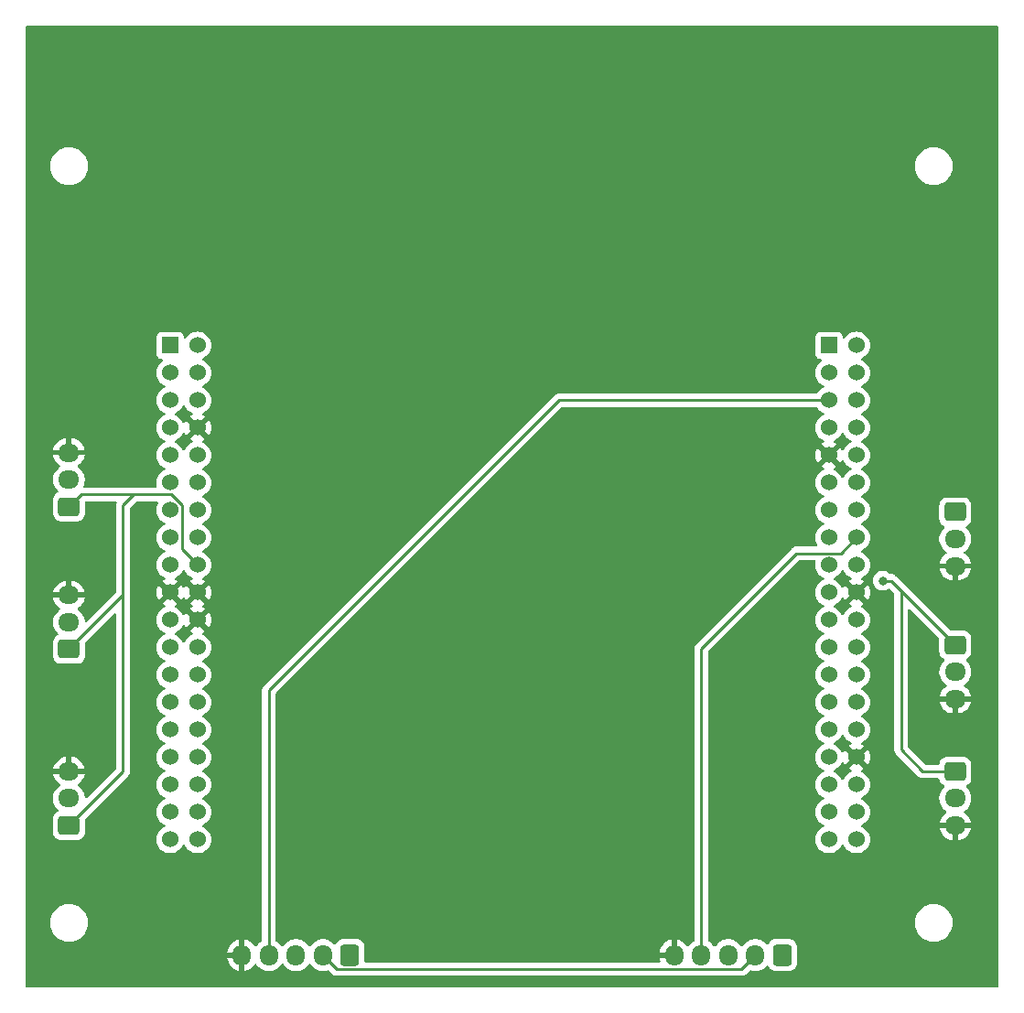
<source format=gbr>
%TF.GenerationSoftware,KiCad,Pcbnew,8.0.0*%
%TF.CreationDate,2024-03-29T20:31:36+01:00*%
%TF.ProjectId,nucleo_expansion,6e75636c-656f-45f6-9578-70616e73696f,Cyril*%
%TF.SameCoordinates,Original*%
%TF.FileFunction,Copper,L2,Bot*%
%TF.FilePolarity,Positive*%
%FSLAX46Y46*%
G04 Gerber Fmt 4.6, Leading zero omitted, Abs format (unit mm)*
G04 Created by KiCad (PCBNEW 8.0.0) date 2024-03-29 20:31:36*
%MOMM*%
%LPD*%
G01*
G04 APERTURE LIST*
G04 Aperture macros list*
%AMRoundRect*
0 Rectangle with rounded corners*
0 $1 Rounding radius*
0 $2 $3 $4 $5 $6 $7 $8 $9 X,Y pos of 4 corners*
0 Add a 4 corners polygon primitive as box body*
4,1,4,$2,$3,$4,$5,$6,$7,$8,$9,$2,$3,0*
0 Add four circle primitives for the rounded corners*
1,1,$1+$1,$2,$3*
1,1,$1+$1,$4,$5*
1,1,$1+$1,$6,$7*
1,1,$1+$1,$8,$9*
0 Add four rect primitives between the rounded corners*
20,1,$1+$1,$2,$3,$4,$5,0*
20,1,$1+$1,$4,$5,$6,$7,0*
20,1,$1+$1,$6,$7,$8,$9,0*
20,1,$1+$1,$8,$9,$2,$3,0*%
G04 Aperture macros list end*
%TA.AperFunction,ComponentPad*%
%ADD10RoundRect,0.250000X0.600000X0.725000X-0.600000X0.725000X-0.600000X-0.725000X0.600000X-0.725000X0*%
%TD*%
%TA.AperFunction,ComponentPad*%
%ADD11O,1.700000X1.950000*%
%TD*%
%TA.AperFunction,ComponentPad*%
%ADD12RoundRect,0.250000X0.725000X-0.600000X0.725000X0.600000X-0.725000X0.600000X-0.725000X-0.600000X0*%
%TD*%
%TA.AperFunction,ComponentPad*%
%ADD13O,1.950000X1.700000*%
%TD*%
%TA.AperFunction,ComponentPad*%
%ADD14RoundRect,0.250000X-0.725000X0.600000X-0.725000X-0.600000X0.725000X-0.600000X0.725000X0.600000X0*%
%TD*%
%TA.AperFunction,ComponentPad*%
%ADD15R,1.530000X1.530000*%
%TD*%
%TA.AperFunction,ComponentPad*%
%ADD16C,1.530000*%
%TD*%
%TA.AperFunction,ViaPad*%
%ADD17C,0.800000*%
%TD*%
%TA.AperFunction,Conductor*%
%ADD18C,0.250000*%
%TD*%
G04 APERTURE END LIST*
D10*
%TO.P,J1,1,Pin_1*%
%TO.N,SPI2_SCK*%
X156000000Y-133000000D03*
D11*
%TO.P,J1,2,Pin_2*%
%TO.N,SPI2_MISO*%
X153500000Y-133000000D03*
%TO.P,J1,3,Pin_3*%
%TO.N,SPI2_MOSI*%
X151000000Y-133000000D03*
%TO.P,J1,4,Pin_4*%
%TO.N,SPI2_CS1*%
X148500000Y-133000000D03*
%TO.P,J1,5,Pin_5*%
%TO.N,GND*%
X146000000Y-133000000D03*
%TD*%
D12*
%TO.P,J5,1,Pin_1*%
%TO.N,+5V*%
X90000000Y-104700000D03*
D13*
%TO.P,J5,2,Pin_2*%
%TO.N,PWM4{slash}2*%
X90000000Y-102200000D03*
%TO.P,J5,3,Pin_3*%
%TO.N,GND*%
X90000000Y-99700000D03*
%TD*%
D10*
%TO.P,J2,1,Pin_1*%
%TO.N,SPI2_SCK*%
X116000000Y-133000000D03*
D11*
%TO.P,J2,2,Pin_2*%
%TO.N,SPI2_MISO*%
X113500000Y-133000000D03*
%TO.P,J2,3,Pin_3*%
%TO.N,SPI2_MOSI*%
X111000000Y-133000000D03*
%TO.P,J2,4,Pin_4*%
%TO.N,SPI2_CS2*%
X108500000Y-133000000D03*
%TO.P,J2,5,Pin_5*%
%TO.N,GND*%
X106000000Y-133000000D03*
%TD*%
D14*
%TO.P,J8,1,Pin_1*%
%TO.N,+5V*%
X172000000Y-116000000D03*
D13*
%TO.P,J8,2,Pin_2*%
%TO.N,PWM8{slash}2N*%
X172000000Y-118500000D03*
%TO.P,J8,3,Pin_3*%
%TO.N,GND*%
X172000000Y-121000000D03*
%TD*%
D14*
%TO.P,J7,1,Pin_1*%
%TO.N,+5V*%
X172000000Y-104300000D03*
D13*
%TO.P,J7,2,Pin_2*%
%TO.N,PWM1{slash}3N*%
X172000000Y-106800000D03*
%TO.P,J7,3,Pin_3*%
%TO.N,GND*%
X172000000Y-109300000D03*
%TD*%
D12*
%TO.P,J6,1,Pin_1*%
%TO.N,+5V*%
X90000000Y-121000000D03*
D13*
%TO.P,J6,2,Pin_2*%
%TO.N,PWM1{slash}2N*%
X90000000Y-118500000D03*
%TO.P,J6,3,Pin_3*%
%TO.N,GND*%
X90000000Y-116000000D03*
%TD*%
D15*
%TO.P,U1,CN7_1,PC10*%
%TO.N,unconnected-(U1A-PC10-PadCN7_1)*%
X99350000Y-76590000D03*
D16*
%TO.P,U1,CN7_2,PC11*%
%TO.N,unconnected-(U1A-PC11-PadCN7_2)*%
X101890000Y-76590000D03*
%TO.P,U1,CN7_3,PC12*%
%TO.N,unconnected-(U1A-PC12-PadCN7_3)*%
X99350000Y-79130000D03*
%TO.P,U1,CN7_4,PD2*%
%TO.N,unconnected-(U1A-PD2-PadCN7_4)*%
X101890000Y-79130000D03*
%TO.P,U1,CN7_5,VDD*%
%TO.N,unconnected-(U1A-VDD-PadCN7_5)*%
X99350000Y-81670000D03*
%TO.P,U1,CN7_6,E5V*%
%TO.N,unconnected-(U1A-E5V-PadCN7_6)*%
X101890000Y-81670000D03*
%TO.P,U1,CN7_7,BOOT0*%
%TO.N,unconnected-(U1A-BOOT0-PadCN7_7)*%
X99350000Y-84210000D03*
%TO.P,U1,CN7_8,CN7_GND*%
%TO.N,GND*%
X101890000Y-84210000D03*
%TO.P,U1,CN7_9*%
%TO.N,N/C*%
X99350000Y-86750000D03*
%TO.P,U1,CN7_10*%
X101890000Y-86750000D03*
%TO.P,U1,CN7_11*%
X99350000Y-89290000D03*
%TO.P,U1,CN7_12,CN7_IOREF*%
%TO.N,unconnected-(U1A-CN7_IOREF-PadCN7_12)*%
X101890000Y-89290000D03*
%TO.P,U1,CN7_13,PA13*%
%TO.N,unconnected-(U1A-PA13-PadCN7_13)*%
X99350000Y-91830000D03*
%TO.P,U1,CN7_14,CN7_RESET*%
%TO.N,unconnected-(U1A-CN7_RESET-PadCN7_14)*%
X101890000Y-91830000D03*
%TO.P,U1,CN7_15,PA14*%
%TO.N,unconnected-(U1A-PA14-PadCN7_15)*%
X99350000Y-94370000D03*
%TO.P,U1,CN7_16,CN7_+3V3*%
%TO.N,unconnected-(U1A-CN7_+3V3-PadCN7_16)*%
X101890000Y-94370000D03*
%TO.P,U1,CN7_17,PA15*%
%TO.N,PWM2{slash}1*%
X99350000Y-96910000D03*
%TO.P,U1,CN7_18,CN7_+5V*%
%TO.N,+5V*%
X101890000Y-96910000D03*
%TO.P,U1,CN7_19,CN7_GND*%
%TO.N,GND*%
X99350000Y-99450000D03*
%TO.P,U1,CN7_20,CN7_GND*%
X101890000Y-99450000D03*
%TO.P,U1,CN7_21,PB7*%
%TO.N,PWM4{slash}2*%
X99350000Y-101990000D03*
%TO.P,U1,CN7_22,CN7_GND*%
%TO.N,GND*%
X101890000Y-101990000D03*
%TO.P,U1,CN7_23,PC13*%
%TO.N,unconnected-(U1A-PC13-PadCN7_23)*%
X99350000Y-104530000D03*
%TO.P,U1,CN7_24,CN7_VIN*%
%TO.N,unconnected-(U1A-CN7_VIN-PadCN7_24)*%
X101890000Y-104530000D03*
%TO.P,U1,CN7_25,PC14*%
%TO.N,unconnected-(U1A-PC14-PadCN7_25)*%
X99350000Y-107070000D03*
%TO.P,U1,CN7_26*%
%TO.N,N/C*%
X101890000Y-107070000D03*
%TO.P,U1,CN7_27,PC15*%
%TO.N,unconnected-(U1A-PC15-PadCN7_27)*%
X99350000Y-109610000D03*
%TO.P,U1,CN7_28,PA0*%
%TO.N,unconnected-(U1A-PA0-PadCN7_28)*%
X101890000Y-109610000D03*
%TO.P,U1,CN7_29,PH0*%
%TO.N,unconnected-(U1A-PH0-PadCN7_29)*%
X99350000Y-112150000D03*
%TO.P,U1,CN7_30,PA1*%
%TO.N,unconnected-(U1A-PA1-PadCN7_30)*%
X101890000Y-112150000D03*
%TO.P,U1,CN7_31,PH1*%
%TO.N,unconnected-(U1A-PH1-PadCN7_31)*%
X99350000Y-114690000D03*
%TO.P,U1,CN7_32,PA4*%
%TO.N,unconnected-(U1A-PA4-PadCN7_32)*%
X101890000Y-114690000D03*
%TO.P,U1,CN7_33,VBAT*%
%TO.N,unconnected-(U1A-VBAT-PadCN7_33)*%
X99350000Y-117230000D03*
%TO.P,U1,CN7_34,PB0*%
%TO.N,PWM1{slash}2N*%
X101890000Y-117230000D03*
%TO.P,U1,CN7_35,PC2*%
%TO.N,SPI2_MISO*%
X99350000Y-119770000D03*
%TO.P,U1,CN7_36,PC1/PB9*%
%TO.N,unconnected-(U1A-PC1{slash}PB9-PadCN7_36)*%
X101890000Y-119770000D03*
%TO.P,U1,CN7_37,PC3*%
%TO.N,SPI2_MOSI*%
X99350000Y-122310000D03*
%TO.P,U1,CN7_38,PC0/PB8*%
%TO.N,unconnected-(U1A-PC0{slash}PB8-PadCN7_38)*%
X101890000Y-122310000D03*
D15*
%TO.P,U1,CN10_1,PC9*%
%TO.N,unconnected-(U1B-PC9-PadCN10_1)*%
X160310000Y-76590000D03*
D16*
%TO.P,U1,CN10_2,PC8*%
%TO.N,unconnected-(U1B-PC8-PadCN10_2)*%
X162850000Y-76590000D03*
%TO.P,U1,CN10_3,PB8*%
%TO.N,unconnected-(U1B-PB8-PadCN10_3)*%
X160310000Y-79130000D03*
%TO.P,U1,CN10_4,PC6*%
%TO.N,unconnected-(U1B-PC6-PadCN10_4)*%
X162850000Y-79130000D03*
%TO.P,U1,CN10_5,PB9*%
%TO.N,SPI2_CS2*%
X160310000Y-81670000D03*
%TO.P,U1,CN10_6,PC5*%
%TO.N,UART3_RX*%
X162850000Y-81670000D03*
%TO.P,U1,CN10_7,AVDD*%
%TO.N,unconnected-(U1B-AVDD-PadCN10_7)*%
X160310000Y-84210000D03*
%TO.P,U1,CN10_8,U5V*%
%TO.N,unconnected-(U1B-U5V-PadCN10_8)*%
X162850000Y-84210000D03*
%TO.P,U1,CN10_9,CN10_GND*%
%TO.N,GND*%
X160310000Y-86750000D03*
%TO.P,U1,CN10_10*%
%TO.N,N/C*%
X162850000Y-86750000D03*
%TO.P,U1,CN10_11,PA5*%
%TO.N,unconnected-(U1B-PA5-PadCN10_11)*%
X160310000Y-89290000D03*
%TO.P,U1,CN10_12,PA12*%
%TO.N,unconnected-(U1B-PA12-PadCN10_12)*%
X162850000Y-89290000D03*
%TO.P,U1,CN10_13,PA6*%
%TO.N,unconnected-(U1B-PA6-PadCN10_13)*%
X160310000Y-91830000D03*
%TO.P,U1,CN10_14,PA11*%
%TO.N,unconnected-(U1B-PA11-PadCN10_14)*%
X162850000Y-91830000D03*
%TO.P,U1,CN10_15,PA7*%
%TO.N,unconnected-(U1B-PA7-PadCN10_15)*%
X160310000Y-94370000D03*
%TO.P,U1,CN10_16,PB12*%
%TO.N,SPI2_CS1*%
X162850000Y-94370000D03*
%TO.P,U1,CN10_17,PB6*%
%TO.N,unconnected-(U1B-PB6-PadCN10_17)*%
X160310000Y-96910000D03*
%TO.P,U1,CN10_18*%
%TO.N,N/C*%
X162850000Y-96910000D03*
%TO.P,U1,CN10_19,PC7*%
%TO.N,SPI2_SCK*%
X160310000Y-99450000D03*
%TO.P,U1,CN10_20,CN10_GND*%
%TO.N,GND*%
X162850000Y-99450000D03*
%TO.P,U1,CN10_21,PA9*%
%TO.N,unconnected-(U1B-PA9-PadCN10_21)*%
X160310000Y-101990000D03*
%TO.P,U1,CN10_22,PB2*%
%TO.N,unconnected-(U1B-PB2-PadCN10_22)*%
X162850000Y-101990000D03*
%TO.P,U1,CN10_23,PA8*%
%TO.N,unconnected-(U1B-PA8-PadCN10_23)*%
X160310000Y-104530000D03*
%TO.P,U1,CN10_24,PB1*%
%TO.N,unconnected-(U1B-PB1-PadCN10_24)*%
X162850000Y-104530000D03*
%TO.P,U1,CN10_25,PB10*%
%TO.N,UART3_TX*%
X160310000Y-107070000D03*
%TO.P,U1,CN10_26,PB15*%
%TO.N,PWM1{slash}3N*%
X162850000Y-107070000D03*
%TO.P,U1,CN10_27,PB4*%
%TO.N,unconnected-(U1B-PB4-PadCN10_27)*%
X160310000Y-109610000D03*
%TO.P,U1,CN10_28,PB14*%
%TO.N,PWM8{slash}2N*%
X162850000Y-109610000D03*
%TO.P,U1,CN10_29,PB5*%
%TO.N,unconnected-(U1B-PB5-PadCN10_29)*%
X160310000Y-112150000D03*
%TO.P,U1,CN10_30,PB13*%
%TO.N,unconnected-(U1B-PB13-PadCN10_30)*%
X162850000Y-112150000D03*
%TO.P,U1,CN10_31,PB3*%
%TO.N,unconnected-(U1B-PB3-PadCN10_31)*%
X160310000Y-114690000D03*
%TO.P,U1,CN10_32,AGND*%
%TO.N,GND*%
X162850000Y-114690000D03*
%TO.P,U1,CN10_33,PA10*%
%TO.N,unconnected-(U1B-PA10-PadCN10_33)*%
X160310000Y-117230000D03*
%TO.P,U1,CN10_34,PC4*%
%TO.N,unconnected-(U1B-PC4-PadCN10_34)*%
X162850000Y-117230000D03*
%TO.P,U1,CN10_35,PA2*%
%TO.N,unconnected-(U1B-PA2-PadCN10_35)*%
X160310000Y-119770000D03*
%TO.P,U1,CN10_36*%
%TO.N,N/C*%
X162850000Y-119770000D03*
%TO.P,U1,CN10_37,PA3*%
%TO.N,unconnected-(U1B-PA3-PadCN10_37)*%
X160310000Y-122310000D03*
%TO.P,U1,CN10_38*%
%TO.N,N/C*%
X162850000Y-122310000D03*
%TD*%
D14*
%TO.P,J3,1,Pin_1*%
%TO.N,UART3_RX*%
X172000000Y-92000000D03*
D13*
%TO.P,J3,2,Pin_2*%
%TO.N,UART3_TX*%
X172000000Y-94500000D03*
%TO.P,J3,3,Pin_3*%
%TO.N,GND*%
X172000000Y-97000000D03*
%TD*%
D12*
%TO.P,J4,1,Pin_1*%
%TO.N,+5V*%
X90000000Y-91500000D03*
D13*
%TO.P,J4,2,Pin_2*%
%TO.N,PWM2{slash}1*%
X90000000Y-89000000D03*
%TO.P,J4,3,Pin_3*%
%TO.N,GND*%
X90000000Y-86500000D03*
%TD*%
D17*
%TO.N,+5V*%
X165290000Y-98360000D03*
%TD*%
D18*
%TO.N,SPI2_MISO*%
X152200000Y-134300000D02*
X114800000Y-134300000D01*
X114800000Y-134300000D02*
X113500000Y-133000000D01*
X153500000Y-133000000D02*
X152200000Y-134300000D01*
%TO.N,SPI2_CS1*%
X148500000Y-104638507D02*
X157318507Y-95820000D01*
X157318507Y-95820000D02*
X161400000Y-95820000D01*
X148500000Y-133000000D02*
X148500000Y-104638507D01*
X161400000Y-95820000D02*
X162850000Y-94370000D01*
%TO.N,SPI2_CS2*%
X108500000Y-133000000D02*
X108500000Y-108500000D01*
X108500000Y-108500000D02*
X135330000Y-81670000D01*
X135330000Y-81670000D02*
X160310000Y-81670000D01*
%TO.N,+5V*%
X95000000Y-99700000D02*
X95000000Y-99000000D01*
X101890000Y-96910000D02*
X100440000Y-95460000D01*
X99441493Y-90380000D02*
X95000000Y-90380000D01*
X95000000Y-99000000D02*
X95000000Y-116000000D01*
X100440000Y-95460000D02*
X100440000Y-91378507D01*
X100440000Y-91378507D02*
X99441493Y-90380000D01*
X167000000Y-99300000D02*
X167000000Y-114000000D01*
X165290000Y-98360000D02*
X166060000Y-98360000D01*
X96000000Y-90380000D02*
X95000000Y-91380000D01*
X167000000Y-114000000D02*
X169000000Y-116000000D01*
X169000000Y-116000000D02*
X172000000Y-116000000D01*
X95000000Y-91380000D02*
X95000000Y-99000000D01*
X166060000Y-98360000D02*
X167000000Y-99300000D01*
X95000000Y-116000000D02*
X90000000Y-121000000D01*
X91120000Y-90380000D02*
X90000000Y-91500000D01*
X166060000Y-98360000D02*
X172000000Y-104300000D01*
X95000000Y-90380000D02*
X91120000Y-90380000D01*
X90000000Y-104700000D02*
X95000000Y-99700000D01*
%TD*%
%TA.AperFunction,Conductor*%
%TO.N,GND*%
G36*
X159205578Y-82315185D02*
G01*
X159240112Y-82348374D01*
X159336868Y-82486555D01*
X159493445Y-82643132D01*
X159674833Y-82770142D01*
X159736828Y-82799050D01*
X159798091Y-82827618D01*
X159850531Y-82873790D01*
X159869683Y-82940983D01*
X159849467Y-83007865D01*
X159798091Y-83052382D01*
X159674836Y-83109856D01*
X159674834Y-83109857D01*
X159493444Y-83236868D01*
X159336868Y-83393444D01*
X159209857Y-83574834D01*
X159209856Y-83574836D01*
X159116279Y-83775513D01*
X159116275Y-83775524D01*
X159058965Y-83989407D01*
X159058964Y-83989414D01*
X159039666Y-84209998D01*
X159039666Y-84210001D01*
X159058964Y-84430585D01*
X159058965Y-84430592D01*
X159116275Y-84644475D01*
X159116279Y-84644486D01*
X159209740Y-84844915D01*
X159209858Y-84845167D01*
X159336868Y-85026555D01*
X159493445Y-85183132D01*
X159674833Y-85310142D01*
X159798682Y-85367893D01*
X159851122Y-85414065D01*
X159870274Y-85481258D01*
X159850059Y-85548139D01*
X159798683Y-85592657D01*
X159675084Y-85650293D01*
X159609657Y-85696104D01*
X160172424Y-86258871D01*
X160113147Y-86274755D01*
X159996853Y-86341898D01*
X159901898Y-86436853D01*
X159834755Y-86553147D01*
X159818871Y-86612424D01*
X159256104Y-86049657D01*
X159210293Y-86115084D01*
X159116749Y-86315690D01*
X159116745Y-86315699D01*
X159059461Y-86529490D01*
X159059459Y-86529500D01*
X159040168Y-86749999D01*
X159040168Y-86750000D01*
X159059459Y-86970499D01*
X159059461Y-86970509D01*
X159116745Y-87184300D01*
X159116749Y-87184309D01*
X159210295Y-87384919D01*
X159256103Y-87450341D01*
X159256105Y-87450342D01*
X159818871Y-86887575D01*
X159834755Y-86946853D01*
X159901898Y-87063147D01*
X159996853Y-87158102D01*
X160113147Y-87225245D01*
X160172424Y-87241128D01*
X159609656Y-87803894D01*
X159675083Y-87849706D01*
X159675085Y-87849707D01*
X159798683Y-87907342D01*
X159851122Y-87953514D01*
X159870274Y-88020708D01*
X159850058Y-88087589D01*
X159798683Y-88132106D01*
X159674833Y-88189857D01*
X159493444Y-88316868D01*
X159336868Y-88473444D01*
X159209857Y-88654834D01*
X159209856Y-88654836D01*
X159116279Y-88855513D01*
X159116275Y-88855524D01*
X159058965Y-89069407D01*
X159058964Y-89069414D01*
X159039666Y-89289998D01*
X159039666Y-89290001D01*
X159058964Y-89510585D01*
X159058965Y-89510592D01*
X159116275Y-89724475D01*
X159116279Y-89724486D01*
X159188699Y-89879792D01*
X159209858Y-89925167D01*
X159336868Y-90106555D01*
X159493445Y-90263132D01*
X159674833Y-90390142D01*
X159736828Y-90419050D01*
X159798091Y-90447618D01*
X159850531Y-90493790D01*
X159869683Y-90560983D01*
X159849467Y-90627865D01*
X159798091Y-90672382D01*
X159674836Y-90729856D01*
X159674834Y-90729857D01*
X159493444Y-90856868D01*
X159336868Y-91013444D01*
X159209857Y-91194834D01*
X159209856Y-91194836D01*
X159116279Y-91395513D01*
X159116275Y-91395524D01*
X159058965Y-91609407D01*
X159058964Y-91609414D01*
X159039666Y-91829998D01*
X159039666Y-91830001D01*
X159058964Y-92050585D01*
X159058965Y-92050592D01*
X159116275Y-92264475D01*
X159116279Y-92264486D01*
X159188486Y-92419334D01*
X159209858Y-92465167D01*
X159336868Y-92646555D01*
X159493445Y-92803132D01*
X159674833Y-92930142D01*
X159736828Y-92959050D01*
X159798091Y-92987618D01*
X159850531Y-93033790D01*
X159869683Y-93100983D01*
X159849467Y-93167865D01*
X159798091Y-93212382D01*
X159674836Y-93269856D01*
X159674834Y-93269857D01*
X159493444Y-93396868D01*
X159336868Y-93553444D01*
X159209857Y-93734834D01*
X159209856Y-93734836D01*
X159116279Y-93935513D01*
X159116275Y-93935524D01*
X159058965Y-94149407D01*
X159058964Y-94149414D01*
X159039666Y-94369998D01*
X159039666Y-94370001D01*
X159058964Y-94590585D01*
X159058965Y-94590592D01*
X159116275Y-94804475D01*
X159116279Y-94804486D01*
X159209857Y-95005165D01*
X159211785Y-95008505D01*
X159228254Y-95076406D01*
X159205399Y-95142432D01*
X159150476Y-95185620D01*
X159104395Y-95194500D01*
X157256896Y-95194500D01*
X157196478Y-95206518D01*
X157153250Y-95215116D01*
X157136053Y-95218537D01*
X157022223Y-95265687D01*
X157022214Y-95265692D01*
X156919775Y-95334140D01*
X156876212Y-95377703D01*
X156832649Y-95421267D01*
X148014144Y-104239771D01*
X148014138Y-104239779D01*
X147945692Y-104342212D01*
X147945689Y-104342218D01*
X147945688Y-104342221D01*
X147915353Y-104415457D01*
X147898538Y-104456051D01*
X147898535Y-104456063D01*
X147874500Y-104576896D01*
X147874500Y-131602019D01*
X147854815Y-131669058D01*
X147806797Y-131712503D01*
X147792180Y-131719950D01*
X147620213Y-131844890D01*
X147469894Y-131995209D01*
X147469890Y-131995214D01*
X147350008Y-132160218D01*
X147294678Y-132202884D01*
X147225065Y-132208863D01*
X147163270Y-132176257D01*
X147149372Y-132160218D01*
X147029727Y-131995540D01*
X147029723Y-131995535D01*
X146879464Y-131845276D01*
X146879459Y-131845272D01*
X146707557Y-131720379D01*
X146518215Y-131623903D01*
X146316124Y-131558241D01*
X146250000Y-131547768D01*
X146250000Y-132595854D01*
X146183343Y-132557370D01*
X146062535Y-132525000D01*
X145937465Y-132525000D01*
X145816657Y-132557370D01*
X145750000Y-132595854D01*
X145750000Y-131547768D01*
X145749999Y-131547768D01*
X145683875Y-131558241D01*
X145481784Y-131623903D01*
X145292442Y-131720379D01*
X145120540Y-131845272D01*
X145120535Y-131845276D01*
X144970276Y-131995535D01*
X144970272Y-131995540D01*
X144845379Y-132167442D01*
X144748904Y-132356782D01*
X144683242Y-132558869D01*
X144683242Y-132558872D01*
X144652970Y-132750000D01*
X145595854Y-132750000D01*
X145557370Y-132816657D01*
X145525000Y-132937465D01*
X145525000Y-133062535D01*
X145557370Y-133183343D01*
X145595854Y-133250000D01*
X144652970Y-133250000D01*
X144683242Y-133441127D01*
X144683242Y-133441130D01*
X144706329Y-133512182D01*
X144708324Y-133582023D01*
X144672244Y-133641856D01*
X144609543Y-133672684D01*
X144588398Y-133674500D01*
X117474500Y-133674500D01*
X117407461Y-133654815D01*
X117361706Y-133602011D01*
X117350500Y-133550500D01*
X117350499Y-132224998D01*
X117350498Y-132224981D01*
X117339999Y-132122203D01*
X117339998Y-132122200D01*
X117302104Y-132007845D01*
X117284814Y-131955666D01*
X117192712Y-131806344D01*
X117068656Y-131682288D01*
X116973253Y-131623443D01*
X116919336Y-131590187D01*
X116919331Y-131590185D01*
X116868502Y-131573342D01*
X116752797Y-131535001D01*
X116752795Y-131535000D01*
X116650010Y-131524500D01*
X115349998Y-131524500D01*
X115349981Y-131524501D01*
X115247203Y-131535000D01*
X115247200Y-131535001D01*
X115080668Y-131590185D01*
X115080663Y-131590187D01*
X114931342Y-131682289D01*
X114807289Y-131806342D01*
X114711821Y-131961121D01*
X114659873Y-132007845D01*
X114590910Y-132019068D01*
X114526828Y-131991224D01*
X114518601Y-131983705D01*
X114379786Y-131844890D01*
X114207820Y-131719951D01*
X114018414Y-131623444D01*
X114018413Y-131623443D01*
X114018412Y-131623443D01*
X113816243Y-131557754D01*
X113816241Y-131557753D01*
X113816240Y-131557753D01*
X113654957Y-131532208D01*
X113606287Y-131524500D01*
X113393713Y-131524500D01*
X113345042Y-131532208D01*
X113183760Y-131557753D01*
X112981585Y-131623444D01*
X112792179Y-131719951D01*
X112620213Y-131844890D01*
X112469894Y-131995209D01*
X112469890Y-131995214D01*
X112350318Y-132159793D01*
X112294989Y-132202459D01*
X112225375Y-132208438D01*
X112163580Y-132175833D01*
X112149682Y-132159793D01*
X112030109Y-131995214D01*
X112030105Y-131995209D01*
X111879786Y-131844890D01*
X111707820Y-131719951D01*
X111518414Y-131623444D01*
X111518413Y-131623443D01*
X111518412Y-131623443D01*
X111316243Y-131557754D01*
X111316241Y-131557753D01*
X111316240Y-131557753D01*
X111154957Y-131532208D01*
X111106287Y-131524500D01*
X110893713Y-131524500D01*
X110845042Y-131532208D01*
X110683760Y-131557753D01*
X110481585Y-131623444D01*
X110292179Y-131719951D01*
X110120213Y-131844890D01*
X109969894Y-131995209D01*
X109969890Y-131995214D01*
X109850318Y-132159793D01*
X109794989Y-132202459D01*
X109725375Y-132208438D01*
X109663580Y-132175833D01*
X109649682Y-132159793D01*
X109530109Y-131995214D01*
X109530105Y-131995209D01*
X109379786Y-131844890D01*
X109207819Y-131719950D01*
X109193203Y-131712503D01*
X109142408Y-131664527D01*
X109125500Y-131602019D01*
X109125500Y-108810452D01*
X109145185Y-108743413D01*
X109161819Y-108722771D01*
X135552771Y-82331819D01*
X135614094Y-82298334D01*
X135640452Y-82295500D01*
X159138539Y-82295500D01*
X159205578Y-82315185D01*
G37*
%TD.AperFunction*%
%TA.AperFunction,Conductor*%
G36*
X162374755Y-114886853D02*
G01*
X162441898Y-115003147D01*
X162536853Y-115098102D01*
X162653147Y-115165245D01*
X162712424Y-115181128D01*
X162149656Y-115743894D01*
X162215083Y-115789706D01*
X162215085Y-115789707D01*
X162338683Y-115847342D01*
X162391122Y-115893514D01*
X162410274Y-115960708D01*
X162390058Y-116027589D01*
X162338683Y-116072106D01*
X162214833Y-116129857D01*
X162033444Y-116256868D01*
X161876868Y-116413444D01*
X161749857Y-116594834D01*
X161749856Y-116594836D01*
X161692382Y-116718091D01*
X161646210Y-116770531D01*
X161579017Y-116789683D01*
X161512135Y-116769467D01*
X161467618Y-116718091D01*
X161424442Y-116625500D01*
X161410142Y-116594833D01*
X161283132Y-116413445D01*
X161126555Y-116256868D01*
X160945167Y-116129858D01*
X160821907Y-116072381D01*
X160769468Y-116026210D01*
X160750316Y-115959017D01*
X160770531Y-115892136D01*
X160821908Y-115847618D01*
X160822500Y-115847342D01*
X160945167Y-115790142D01*
X161126555Y-115663132D01*
X161283132Y-115506555D01*
X161410142Y-115325167D01*
X161467895Y-115201312D01*
X161514064Y-115148878D01*
X161581258Y-115129725D01*
X161648139Y-115149940D01*
X161692657Y-115201316D01*
X161750295Y-115324919D01*
X161796103Y-115390341D01*
X161796105Y-115390342D01*
X162358871Y-114827575D01*
X162374755Y-114886853D01*
G37*
%TD.AperFunction*%
%TA.AperFunction,Conductor*%
G36*
X161647864Y-112610531D02*
G01*
X161692381Y-112661907D01*
X161749858Y-112785167D01*
X161876868Y-112966555D01*
X162033445Y-113123132D01*
X162214833Y-113250142D01*
X162338682Y-113307893D01*
X162391122Y-113354065D01*
X162410274Y-113421258D01*
X162390059Y-113488139D01*
X162338683Y-113532657D01*
X162215084Y-113590293D01*
X162149657Y-113636104D01*
X162712424Y-114198871D01*
X162653147Y-114214755D01*
X162536853Y-114281898D01*
X162441898Y-114376853D01*
X162374755Y-114493147D01*
X162358871Y-114552424D01*
X161796104Y-113989657D01*
X161750293Y-114055084D01*
X161692657Y-114178683D01*
X161646484Y-114231122D01*
X161579290Y-114250274D01*
X161512409Y-114230058D01*
X161467893Y-114178682D01*
X161410142Y-114054833D01*
X161283132Y-113873445D01*
X161126555Y-113716868D01*
X160945167Y-113589858D01*
X160821907Y-113532381D01*
X160769468Y-113486210D01*
X160750316Y-113419017D01*
X160770531Y-113352136D01*
X160821908Y-113307618D01*
X160945167Y-113250142D01*
X161126555Y-113123132D01*
X161283132Y-112966555D01*
X161410142Y-112785167D01*
X161467618Y-112661907D01*
X161513790Y-112609468D01*
X161580983Y-112590316D01*
X161647864Y-112610531D01*
G37*
%TD.AperFunction*%
%TA.AperFunction,Conductor*%
G36*
X162374755Y-99646853D02*
G01*
X162441898Y-99763147D01*
X162536853Y-99858102D01*
X162653147Y-99925245D01*
X162712424Y-99941128D01*
X162149656Y-100503894D01*
X162215083Y-100549706D01*
X162215085Y-100549707D01*
X162338683Y-100607342D01*
X162391122Y-100653514D01*
X162410274Y-100720708D01*
X162390058Y-100787589D01*
X162338683Y-100832106D01*
X162214833Y-100889857D01*
X162033444Y-101016868D01*
X161876868Y-101173444D01*
X161749857Y-101354834D01*
X161749856Y-101354836D01*
X161692382Y-101478091D01*
X161646210Y-101530531D01*
X161579017Y-101549683D01*
X161512135Y-101529467D01*
X161467618Y-101478091D01*
X161425741Y-101388285D01*
X161410142Y-101354833D01*
X161283132Y-101173445D01*
X161126555Y-101016868D01*
X160945167Y-100889858D01*
X160929932Y-100882754D01*
X160821908Y-100832382D01*
X160769468Y-100786210D01*
X160750316Y-100719017D01*
X160770531Y-100652136D01*
X160821908Y-100607618D01*
X160822500Y-100607342D01*
X160945167Y-100550142D01*
X161126555Y-100423132D01*
X161283132Y-100266555D01*
X161410142Y-100085167D01*
X161467895Y-99961312D01*
X161514064Y-99908878D01*
X161581258Y-99889725D01*
X161648139Y-99909940D01*
X161692657Y-99961316D01*
X161750295Y-100084919D01*
X161796103Y-100150341D01*
X161796105Y-100150342D01*
X162358871Y-99587575D01*
X162374755Y-99646853D01*
G37*
%TD.AperFunction*%
%TA.AperFunction,Conductor*%
G36*
X161647864Y-97370531D02*
G01*
X161692381Y-97421907D01*
X161749858Y-97545167D01*
X161876868Y-97726555D01*
X162033445Y-97883132D01*
X162214833Y-98010142D01*
X162338682Y-98067893D01*
X162391122Y-98114065D01*
X162410274Y-98181258D01*
X162390059Y-98248139D01*
X162338683Y-98292657D01*
X162215084Y-98350293D01*
X162149657Y-98396104D01*
X162712424Y-98958871D01*
X162653147Y-98974755D01*
X162536853Y-99041898D01*
X162441898Y-99136853D01*
X162374755Y-99253147D01*
X162358871Y-99312424D01*
X161796104Y-98749657D01*
X161750293Y-98815084D01*
X161692657Y-98938683D01*
X161646484Y-98991122D01*
X161579290Y-99010274D01*
X161512409Y-98990058D01*
X161467893Y-98938682D01*
X161467759Y-98938394D01*
X161410142Y-98814833D01*
X161283132Y-98633445D01*
X161126555Y-98476868D01*
X160945167Y-98349858D01*
X160821907Y-98292381D01*
X160769468Y-98246210D01*
X160750316Y-98179017D01*
X160770531Y-98112136D01*
X160821908Y-98067618D01*
X160945167Y-98010142D01*
X161126555Y-97883132D01*
X161283132Y-97726555D01*
X161410142Y-97545167D01*
X161467618Y-97421907D01*
X161513790Y-97369468D01*
X161580983Y-97350316D01*
X161647864Y-97370531D01*
G37*
%TD.AperFunction*%
%TA.AperFunction,Conductor*%
G36*
X161363894Y-87450342D02*
G01*
X161409707Y-87384914D01*
X161409708Y-87384912D01*
X161467342Y-87261317D01*
X161513514Y-87208877D01*
X161580707Y-87189725D01*
X161647589Y-87209941D01*
X161692106Y-87261317D01*
X161749858Y-87385167D01*
X161876868Y-87566555D01*
X162033445Y-87723132D01*
X162214833Y-87850142D01*
X162276828Y-87879050D01*
X162338091Y-87907618D01*
X162390531Y-87953790D01*
X162409683Y-88020983D01*
X162389467Y-88087865D01*
X162338091Y-88132382D01*
X162214836Y-88189856D01*
X162214834Y-88189857D01*
X162033444Y-88316868D01*
X161876868Y-88473444D01*
X161749857Y-88654834D01*
X161749856Y-88654836D01*
X161692382Y-88778091D01*
X161646210Y-88830531D01*
X161579017Y-88849683D01*
X161512135Y-88829467D01*
X161467618Y-88778091D01*
X161410143Y-88654836D01*
X161410142Y-88654834D01*
X161410142Y-88654833D01*
X161283132Y-88473445D01*
X161126555Y-88316868D01*
X160945167Y-88189858D01*
X160945163Y-88189856D01*
X160821317Y-88132106D01*
X160768877Y-88085934D01*
X160749725Y-88018741D01*
X160769941Y-87951859D01*
X160821317Y-87907342D01*
X160944912Y-87849708D01*
X160944914Y-87849707D01*
X161010342Y-87803894D01*
X160447575Y-87241127D01*
X160506853Y-87225245D01*
X160623147Y-87158102D01*
X160718102Y-87063147D01*
X160785245Y-86946853D01*
X160801128Y-86887575D01*
X161363894Y-87450342D01*
G37*
%TD.AperFunction*%
%TA.AperFunction,Conductor*%
G36*
X161647864Y-84670531D02*
G01*
X161692381Y-84721907D01*
X161749858Y-84845167D01*
X161876868Y-85026555D01*
X162033445Y-85183132D01*
X162214833Y-85310142D01*
X162276828Y-85339050D01*
X162338091Y-85367618D01*
X162390531Y-85413790D01*
X162409683Y-85480983D01*
X162389467Y-85547865D01*
X162338091Y-85592382D01*
X162214836Y-85649856D01*
X162214834Y-85649857D01*
X162033444Y-85776868D01*
X161876868Y-85933444D01*
X161749857Y-86114833D01*
X161692106Y-86238683D01*
X161645934Y-86291122D01*
X161578740Y-86310274D01*
X161511859Y-86290058D01*
X161467342Y-86238683D01*
X161409707Y-86115085D01*
X161409706Y-86115083D01*
X161363894Y-86049657D01*
X161363894Y-86049656D01*
X160801127Y-86612423D01*
X160785245Y-86553147D01*
X160718102Y-86436853D01*
X160623147Y-86341898D01*
X160506853Y-86274755D01*
X160447575Y-86258872D01*
X161010342Y-85696105D01*
X161010341Y-85696103D01*
X160944919Y-85650295D01*
X160821316Y-85592657D01*
X160768877Y-85546484D01*
X160749725Y-85479291D01*
X160769941Y-85412410D01*
X160821312Y-85367895D01*
X160945167Y-85310142D01*
X161126555Y-85183132D01*
X161283132Y-85026555D01*
X161410142Y-84845167D01*
X161467618Y-84721907D01*
X161513790Y-84669468D01*
X161580983Y-84650316D01*
X161647864Y-84670531D01*
G37*
%TD.AperFunction*%
%TA.AperFunction,Conductor*%
G36*
X101414755Y-102186853D02*
G01*
X101481898Y-102303147D01*
X101576853Y-102398102D01*
X101693147Y-102465245D01*
X101752424Y-102481128D01*
X101189656Y-103043894D01*
X101255083Y-103089706D01*
X101255085Y-103089707D01*
X101378683Y-103147342D01*
X101431122Y-103193514D01*
X101450274Y-103260708D01*
X101430058Y-103327589D01*
X101378683Y-103372106D01*
X101254833Y-103429857D01*
X101073444Y-103556868D01*
X100916868Y-103713444D01*
X100789857Y-103894834D01*
X100789856Y-103894836D01*
X100732382Y-104018091D01*
X100686210Y-104070531D01*
X100619017Y-104089683D01*
X100552135Y-104069467D01*
X100507618Y-104018091D01*
X100450143Y-103894836D01*
X100450142Y-103894834D01*
X100450142Y-103894833D01*
X100323132Y-103713445D01*
X100166555Y-103556868D01*
X99985167Y-103429858D01*
X99953702Y-103415186D01*
X99861908Y-103372382D01*
X99809468Y-103326210D01*
X99790316Y-103259017D01*
X99810531Y-103192136D01*
X99861908Y-103147618D01*
X99862500Y-103147342D01*
X99985167Y-103090142D01*
X100166555Y-102963132D01*
X100323132Y-102806555D01*
X100450142Y-102625167D01*
X100507895Y-102501312D01*
X100554064Y-102448878D01*
X100621258Y-102429725D01*
X100688139Y-102449940D01*
X100732657Y-102501316D01*
X100790295Y-102624919D01*
X100836103Y-102690341D01*
X100836105Y-102690342D01*
X101398871Y-102127575D01*
X101414755Y-102186853D01*
G37*
%TD.AperFunction*%
%TA.AperFunction,Conductor*%
G36*
X101414755Y-99646853D02*
G01*
X101481898Y-99763147D01*
X101576853Y-99858102D01*
X101693147Y-99925245D01*
X101752424Y-99941128D01*
X101189656Y-100503894D01*
X101255083Y-100549706D01*
X101255085Y-100549707D01*
X101379275Y-100607618D01*
X101431714Y-100653790D01*
X101450866Y-100720984D01*
X101430650Y-100787865D01*
X101379275Y-100832382D01*
X101255084Y-100890293D01*
X101189657Y-100936104D01*
X101752424Y-101498871D01*
X101693147Y-101514755D01*
X101576853Y-101581898D01*
X101481898Y-101676853D01*
X101414755Y-101793147D01*
X101398871Y-101852424D01*
X100836104Y-101289657D01*
X100790293Y-101355084D01*
X100732657Y-101478683D01*
X100686484Y-101531122D01*
X100619290Y-101550274D01*
X100552409Y-101530058D01*
X100507893Y-101478682D01*
X100450142Y-101354833D01*
X100323132Y-101173445D01*
X100166555Y-101016868D01*
X99985167Y-100889858D01*
X99985163Y-100889856D01*
X99861317Y-100832106D01*
X99808877Y-100785934D01*
X99789725Y-100718741D01*
X99809941Y-100651859D01*
X99861317Y-100607342D01*
X99984912Y-100549708D01*
X99984914Y-100549707D01*
X100050342Y-100503894D01*
X99487575Y-99941127D01*
X99546853Y-99925245D01*
X99663147Y-99858102D01*
X99758102Y-99763147D01*
X99825245Y-99646853D01*
X99841128Y-99587575D01*
X100403894Y-100150342D01*
X100449707Y-100084914D01*
X100449708Y-100084912D01*
X100507618Y-99960725D01*
X100553790Y-99908285D01*
X100620983Y-99889133D01*
X100687865Y-99909349D01*
X100732382Y-99960725D01*
X100790293Y-100084916D01*
X100790294Y-100084918D01*
X100836103Y-100150341D01*
X100836105Y-100150342D01*
X101398871Y-99587575D01*
X101414755Y-99646853D01*
G37*
%TD.AperFunction*%
%TA.AperFunction,Conductor*%
G36*
X100687864Y-97370531D02*
G01*
X100732381Y-97421907D01*
X100789858Y-97545167D01*
X100916868Y-97726555D01*
X101073445Y-97883132D01*
X101254833Y-98010142D01*
X101378682Y-98067893D01*
X101431122Y-98114065D01*
X101450274Y-98181258D01*
X101430059Y-98248139D01*
X101378683Y-98292657D01*
X101255084Y-98350293D01*
X101189657Y-98396104D01*
X101752424Y-98958871D01*
X101693147Y-98974755D01*
X101576853Y-99041898D01*
X101481898Y-99136853D01*
X101414755Y-99253147D01*
X101398871Y-99312424D01*
X100836104Y-98749657D01*
X100790293Y-98815084D01*
X100732382Y-98939275D01*
X100686210Y-98991714D01*
X100619016Y-99010866D01*
X100552135Y-98990650D01*
X100507618Y-98939275D01*
X100449707Y-98815085D01*
X100449706Y-98815083D01*
X100403894Y-98749657D01*
X100403894Y-98749656D01*
X99841127Y-99312423D01*
X99825245Y-99253147D01*
X99758102Y-99136853D01*
X99663147Y-99041898D01*
X99546853Y-98974755D01*
X99487575Y-98958872D01*
X100050342Y-98396105D01*
X100050341Y-98396103D01*
X99984919Y-98350295D01*
X99861316Y-98292657D01*
X99808877Y-98246484D01*
X99789725Y-98179291D01*
X99809941Y-98112410D01*
X99861312Y-98067895D01*
X99985167Y-98010142D01*
X100166555Y-97883132D01*
X100323132Y-97726555D01*
X100450142Y-97545167D01*
X100507618Y-97421907D01*
X100553790Y-97369468D01*
X100620983Y-97350316D01*
X100687864Y-97370531D01*
G37*
%TD.AperFunction*%
%TA.AperFunction,Conductor*%
G36*
X101414755Y-84406853D02*
G01*
X101481898Y-84523147D01*
X101576853Y-84618102D01*
X101693147Y-84685245D01*
X101752424Y-84701128D01*
X101189656Y-85263894D01*
X101255083Y-85309706D01*
X101255085Y-85309707D01*
X101378683Y-85367342D01*
X101431122Y-85413514D01*
X101450274Y-85480708D01*
X101430058Y-85547589D01*
X101378683Y-85592106D01*
X101254833Y-85649857D01*
X101073444Y-85776868D01*
X100916868Y-85933444D01*
X100789857Y-86114834D01*
X100789856Y-86114836D01*
X100732382Y-86238091D01*
X100686210Y-86290531D01*
X100619017Y-86309683D01*
X100552135Y-86289467D01*
X100507618Y-86238091D01*
X100452507Y-86119905D01*
X100450142Y-86114833D01*
X100323132Y-85933445D01*
X100166555Y-85776868D01*
X99985167Y-85649858D01*
X99861907Y-85592381D01*
X99809468Y-85546210D01*
X99790316Y-85479017D01*
X99810531Y-85412136D01*
X99861908Y-85367618D01*
X99862500Y-85367342D01*
X99985167Y-85310142D01*
X100166555Y-85183132D01*
X100323132Y-85026555D01*
X100450142Y-84845167D01*
X100507895Y-84721312D01*
X100554064Y-84668878D01*
X100621258Y-84649725D01*
X100688139Y-84669940D01*
X100732657Y-84721316D01*
X100790295Y-84844919D01*
X100836103Y-84910341D01*
X100836105Y-84910342D01*
X101398871Y-84347575D01*
X101414755Y-84406853D01*
G37*
%TD.AperFunction*%
%TA.AperFunction,Conductor*%
G36*
X100687864Y-82130531D02*
G01*
X100732381Y-82181907D01*
X100789858Y-82305167D01*
X100916868Y-82486555D01*
X101073445Y-82643132D01*
X101254833Y-82770142D01*
X101378682Y-82827893D01*
X101431122Y-82874065D01*
X101450274Y-82941258D01*
X101430059Y-83008139D01*
X101378683Y-83052657D01*
X101255084Y-83110293D01*
X101189657Y-83156104D01*
X101752424Y-83718871D01*
X101693147Y-83734755D01*
X101576853Y-83801898D01*
X101481898Y-83896853D01*
X101414755Y-84013147D01*
X101398871Y-84072424D01*
X100836104Y-83509657D01*
X100790293Y-83575084D01*
X100732657Y-83698683D01*
X100686484Y-83751122D01*
X100619290Y-83770274D01*
X100552409Y-83750058D01*
X100507893Y-83698682D01*
X100450142Y-83574833D01*
X100323132Y-83393445D01*
X100166555Y-83236868D01*
X99985167Y-83109858D01*
X99861907Y-83052381D01*
X99809468Y-83006210D01*
X99790316Y-82939017D01*
X99810531Y-82872136D01*
X99861908Y-82827618D01*
X99985167Y-82770142D01*
X100166555Y-82643132D01*
X100323132Y-82486555D01*
X100450142Y-82305167D01*
X100507618Y-82181907D01*
X100553790Y-82129468D01*
X100620983Y-82110316D01*
X100687864Y-82130531D01*
G37*
%TD.AperFunction*%
%TA.AperFunction,Conductor*%
G36*
X175943039Y-47019685D02*
G01*
X175988794Y-47072489D01*
X176000000Y-47124000D01*
X176000000Y-135876000D01*
X175980315Y-135943039D01*
X175927511Y-135988794D01*
X175876000Y-136000000D01*
X86124000Y-136000000D01*
X86056961Y-135980315D01*
X86011206Y-135927511D01*
X86000000Y-135876000D01*
X86000000Y-133250000D01*
X104652970Y-133250000D01*
X104683242Y-133441127D01*
X104683242Y-133441130D01*
X104748904Y-133643217D01*
X104845379Y-133832557D01*
X104970272Y-134004459D01*
X104970276Y-134004464D01*
X105120535Y-134154723D01*
X105120540Y-134154727D01*
X105292442Y-134279620D01*
X105481782Y-134376095D01*
X105683871Y-134441757D01*
X105750000Y-134452231D01*
X105750000Y-133404145D01*
X105816657Y-133442630D01*
X105937465Y-133475000D01*
X106062535Y-133475000D01*
X106183343Y-133442630D01*
X106250000Y-133404145D01*
X106250000Y-134452230D01*
X106316126Y-134441757D01*
X106316129Y-134441757D01*
X106518217Y-134376095D01*
X106707557Y-134279620D01*
X106879459Y-134154727D01*
X106879464Y-134154723D01*
X107029721Y-134004466D01*
X107149371Y-133839781D01*
X107204701Y-133797115D01*
X107274314Y-133791136D01*
X107336110Y-133823741D01*
X107350008Y-133839781D01*
X107469890Y-134004785D01*
X107469894Y-134004790D01*
X107620213Y-134155109D01*
X107792179Y-134280048D01*
X107792181Y-134280049D01*
X107792184Y-134280051D01*
X107981588Y-134376557D01*
X108183757Y-134442246D01*
X108393713Y-134475500D01*
X108393714Y-134475500D01*
X108606286Y-134475500D01*
X108606287Y-134475500D01*
X108816243Y-134442246D01*
X109018412Y-134376557D01*
X109207816Y-134280051D01*
X109229789Y-134264086D01*
X109379786Y-134155109D01*
X109379788Y-134155106D01*
X109379792Y-134155104D01*
X109530104Y-134004792D01*
X109649683Y-133840204D01*
X109705011Y-133797540D01*
X109774624Y-133791561D01*
X109836420Y-133824166D01*
X109850313Y-133840199D01*
X109953925Y-133982809D01*
X109969896Y-134004792D01*
X110120213Y-134155109D01*
X110292179Y-134280048D01*
X110292181Y-134280049D01*
X110292184Y-134280051D01*
X110481588Y-134376557D01*
X110683757Y-134442246D01*
X110893713Y-134475500D01*
X110893714Y-134475500D01*
X111106286Y-134475500D01*
X111106287Y-134475500D01*
X111316243Y-134442246D01*
X111518412Y-134376557D01*
X111707816Y-134280051D01*
X111729789Y-134264086D01*
X111879786Y-134155109D01*
X111879788Y-134155106D01*
X111879792Y-134155104D01*
X112030104Y-134004792D01*
X112149683Y-133840204D01*
X112205011Y-133797540D01*
X112274624Y-133791561D01*
X112336420Y-133824166D01*
X112350313Y-133840199D01*
X112453925Y-133982809D01*
X112469896Y-134004792D01*
X112620213Y-134155109D01*
X112792179Y-134280048D01*
X112792181Y-134280049D01*
X112792184Y-134280051D01*
X112981588Y-134376557D01*
X113183757Y-134442246D01*
X113393713Y-134475500D01*
X113393714Y-134475500D01*
X113606286Y-134475500D01*
X113606287Y-134475500D01*
X113816243Y-134442246D01*
X113926185Y-134406522D01*
X113996023Y-134404528D01*
X114052182Y-134436773D01*
X114401263Y-134785855D01*
X114401267Y-134785858D01*
X114503710Y-134854309D01*
X114503711Y-134854309D01*
X114503715Y-134854312D01*
X114570396Y-134881931D01*
X114570398Y-134881933D01*
X114617543Y-134901461D01*
X114617548Y-134901463D01*
X114637597Y-134905451D01*
X114671196Y-134912134D01*
X114738392Y-134925501D01*
X114738394Y-134925501D01*
X114867721Y-134925501D01*
X114867741Y-134925500D01*
X152261607Y-134925500D01*
X152322029Y-134913481D01*
X152382452Y-134901463D01*
X152382455Y-134901461D01*
X152382458Y-134901461D01*
X152415787Y-134887654D01*
X152415786Y-134887654D01*
X152415792Y-134887652D01*
X152496286Y-134854312D01*
X152547509Y-134820084D01*
X152598733Y-134785858D01*
X152685858Y-134698733D01*
X152685858Y-134698731D01*
X152696066Y-134688524D01*
X152696068Y-134688521D01*
X152947817Y-134436771D01*
X153009138Y-134403288D01*
X153073813Y-134406522D01*
X153183757Y-134442246D01*
X153393713Y-134475500D01*
X153393714Y-134475500D01*
X153606286Y-134475500D01*
X153606287Y-134475500D01*
X153816243Y-134442246D01*
X154018412Y-134376557D01*
X154207816Y-134280051D01*
X154379792Y-134155104D01*
X154518604Y-134016291D01*
X154579923Y-133982809D01*
X154649615Y-133987793D01*
X154705549Y-134029664D01*
X154711821Y-134038878D01*
X154715185Y-134044333D01*
X154715186Y-134044334D01*
X154807288Y-134193656D01*
X154931344Y-134317712D01*
X155080666Y-134409814D01*
X155247203Y-134464999D01*
X155349991Y-134475500D01*
X156650008Y-134475499D01*
X156752797Y-134464999D01*
X156919334Y-134409814D01*
X157068656Y-134317712D01*
X157192712Y-134193656D01*
X157284814Y-134044334D01*
X157339999Y-133877797D01*
X157350500Y-133775009D01*
X157350499Y-132224992D01*
X157348851Y-132208863D01*
X157339999Y-132122203D01*
X157339998Y-132122200D01*
X157302104Y-132007845D01*
X157284814Y-131955666D01*
X157192712Y-131806344D01*
X157068656Y-131682288D01*
X156973253Y-131623443D01*
X156919336Y-131590187D01*
X156919331Y-131590185D01*
X156868502Y-131573342D01*
X156752797Y-131535001D01*
X156752795Y-131535000D01*
X156650010Y-131524500D01*
X155349998Y-131524500D01*
X155349981Y-131524501D01*
X155247203Y-131535000D01*
X155247200Y-131535001D01*
X155080668Y-131590185D01*
X155080663Y-131590187D01*
X154931342Y-131682289D01*
X154807289Y-131806342D01*
X154711821Y-131961121D01*
X154659873Y-132007845D01*
X154590910Y-132019068D01*
X154526828Y-131991224D01*
X154518601Y-131983705D01*
X154379786Y-131844890D01*
X154207820Y-131719951D01*
X154018414Y-131623444D01*
X154018413Y-131623443D01*
X154018412Y-131623443D01*
X153816243Y-131557754D01*
X153816241Y-131557753D01*
X153816240Y-131557753D01*
X153654957Y-131532208D01*
X153606287Y-131524500D01*
X153393713Y-131524500D01*
X153345042Y-131532208D01*
X153183760Y-131557753D01*
X152981585Y-131623444D01*
X152792179Y-131719951D01*
X152620213Y-131844890D01*
X152469894Y-131995209D01*
X152469890Y-131995214D01*
X152350318Y-132159793D01*
X152294989Y-132202459D01*
X152225375Y-132208438D01*
X152163580Y-132175833D01*
X152149682Y-132159793D01*
X152030109Y-131995214D01*
X152030105Y-131995209D01*
X151879786Y-131844890D01*
X151707820Y-131719951D01*
X151518414Y-131623444D01*
X151518413Y-131623443D01*
X151518412Y-131623443D01*
X151316243Y-131557754D01*
X151316241Y-131557753D01*
X151316240Y-131557753D01*
X151154957Y-131532208D01*
X151106287Y-131524500D01*
X150893713Y-131524500D01*
X150845042Y-131532208D01*
X150683760Y-131557753D01*
X150481585Y-131623444D01*
X150292179Y-131719951D01*
X150120213Y-131844890D01*
X149969894Y-131995209D01*
X149969890Y-131995214D01*
X149850318Y-132159793D01*
X149794989Y-132202459D01*
X149725375Y-132208438D01*
X149663580Y-132175833D01*
X149649682Y-132159793D01*
X149530109Y-131995214D01*
X149530105Y-131995209D01*
X149379786Y-131844890D01*
X149207819Y-131719950D01*
X149193203Y-131712503D01*
X149142408Y-131664527D01*
X149125500Y-131602019D01*
X149125500Y-130114741D01*
X168249500Y-130114741D01*
X168274446Y-130304215D01*
X168279452Y-130342238D01*
X168279453Y-130342240D01*
X168338842Y-130563887D01*
X168426650Y-130775876D01*
X168426657Y-130775890D01*
X168541392Y-130974617D01*
X168681081Y-131156661D01*
X168681089Y-131156670D01*
X168843330Y-131318911D01*
X168843338Y-131318918D01*
X169025382Y-131458607D01*
X169025385Y-131458608D01*
X169025388Y-131458611D01*
X169224112Y-131573344D01*
X169224117Y-131573346D01*
X169224123Y-131573349D01*
X169264774Y-131590187D01*
X169436113Y-131661158D01*
X169657762Y-131720548D01*
X169885266Y-131750500D01*
X169885273Y-131750500D01*
X170114727Y-131750500D01*
X170114734Y-131750500D01*
X170342238Y-131720548D01*
X170563887Y-131661158D01*
X170775888Y-131573344D01*
X170974612Y-131458611D01*
X171156661Y-131318919D01*
X171156665Y-131318914D01*
X171156670Y-131318911D01*
X171318911Y-131156670D01*
X171318914Y-131156665D01*
X171318919Y-131156661D01*
X171458611Y-130974612D01*
X171573344Y-130775888D01*
X171661158Y-130563887D01*
X171720548Y-130342238D01*
X171750500Y-130114734D01*
X171750500Y-129885266D01*
X171720548Y-129657762D01*
X171661158Y-129436113D01*
X171573344Y-129224112D01*
X171458611Y-129025388D01*
X171458608Y-129025385D01*
X171458607Y-129025382D01*
X171318918Y-128843338D01*
X171318911Y-128843330D01*
X171156670Y-128681089D01*
X171156661Y-128681081D01*
X170974617Y-128541392D01*
X170775890Y-128426657D01*
X170775876Y-128426650D01*
X170563887Y-128338842D01*
X170342238Y-128279452D01*
X170304215Y-128274446D01*
X170114741Y-128249500D01*
X170114734Y-128249500D01*
X169885266Y-128249500D01*
X169885258Y-128249500D01*
X169668715Y-128278009D01*
X169657762Y-128279452D01*
X169564076Y-128304554D01*
X169436112Y-128338842D01*
X169224123Y-128426650D01*
X169224109Y-128426657D01*
X169025382Y-128541392D01*
X168843338Y-128681081D01*
X168681081Y-128843338D01*
X168541392Y-129025382D01*
X168426657Y-129224109D01*
X168426650Y-129224123D01*
X168338842Y-129436112D01*
X168279453Y-129657759D01*
X168279451Y-129657770D01*
X168249500Y-129885258D01*
X168249500Y-130114741D01*
X149125500Y-130114741D01*
X149125500Y-104948959D01*
X149145185Y-104881920D01*
X149161819Y-104861278D01*
X157541278Y-96481819D01*
X157602601Y-96448334D01*
X157628959Y-96445500D01*
X158962720Y-96445500D01*
X159029759Y-96465185D01*
X159075514Y-96517989D01*
X159085458Y-96587147D01*
X159082495Y-96601593D01*
X159058966Y-96689403D01*
X159058964Y-96689414D01*
X159039666Y-96909998D01*
X159039666Y-96910001D01*
X159058964Y-97130585D01*
X159058965Y-97130592D01*
X159116275Y-97344475D01*
X159116279Y-97344486D01*
X159188263Y-97498856D01*
X159209858Y-97545167D01*
X159336868Y-97726555D01*
X159493445Y-97883132D01*
X159674833Y-98010142D01*
X159716825Y-98029723D01*
X159798091Y-98067618D01*
X159850531Y-98113790D01*
X159869683Y-98180983D01*
X159849467Y-98247865D01*
X159798091Y-98292382D01*
X159674836Y-98349856D01*
X159674834Y-98349857D01*
X159493444Y-98476868D01*
X159336868Y-98633444D01*
X159209857Y-98814834D01*
X159209856Y-98814836D01*
X159116279Y-99015513D01*
X159116275Y-99015524D01*
X159058965Y-99229407D01*
X159058964Y-99229414D01*
X159039666Y-99449998D01*
X159039666Y-99450000D01*
X159058964Y-99670585D01*
X159058965Y-99670592D01*
X159116275Y-99884475D01*
X159116279Y-99884486D01*
X159152106Y-99961317D01*
X159209858Y-100085167D01*
X159336868Y-100266555D01*
X159493445Y-100423132D01*
X159674833Y-100550142D01*
X159736828Y-100579050D01*
X159798091Y-100607618D01*
X159850531Y-100653790D01*
X159869683Y-100720983D01*
X159849467Y-100787865D01*
X159798091Y-100832382D01*
X159674836Y-100889856D01*
X159674834Y-100889857D01*
X159493444Y-101016868D01*
X159336868Y-101173444D01*
X159209857Y-101354834D01*
X159209856Y-101354836D01*
X159116279Y-101555513D01*
X159116275Y-101555524D01*
X159058965Y-101769407D01*
X159058964Y-101769414D01*
X159039666Y-101989998D01*
X159039666Y-101990001D01*
X159058964Y-102210585D01*
X159058965Y-102210592D01*
X159116275Y-102424475D01*
X159116279Y-102424486D01*
X159159066Y-102516243D01*
X159209858Y-102625167D01*
X159336868Y-102806555D01*
X159493445Y-102963132D01*
X159674833Y-103090142D01*
X159736828Y-103119050D01*
X159798091Y-103147618D01*
X159850531Y-103193790D01*
X159869683Y-103260983D01*
X159849467Y-103327865D01*
X159798091Y-103372382D01*
X159674836Y-103429856D01*
X159674834Y-103429857D01*
X159493444Y-103556868D01*
X159336868Y-103713444D01*
X159209857Y-103894834D01*
X159209856Y-103894836D01*
X159116279Y-104095513D01*
X159116275Y-104095524D01*
X159058965Y-104309407D01*
X159058964Y-104309414D01*
X159039666Y-104529998D01*
X159039666Y-104530001D01*
X159058964Y-104750585D01*
X159058965Y-104750592D01*
X159116275Y-104964475D01*
X159116279Y-104964486D01*
X159157460Y-105052799D01*
X159209858Y-105165167D01*
X159336868Y-105346555D01*
X159493445Y-105503132D01*
X159674833Y-105630142D01*
X159736828Y-105659050D01*
X159798091Y-105687618D01*
X159850531Y-105733790D01*
X159869683Y-105800983D01*
X159849467Y-105867865D01*
X159798091Y-105912382D01*
X159674836Y-105969856D01*
X159674834Y-105969857D01*
X159493444Y-106096868D01*
X159336868Y-106253444D01*
X159209857Y-106434834D01*
X159209856Y-106434836D01*
X159116279Y-106635513D01*
X159116275Y-106635524D01*
X159058965Y-106849407D01*
X159058964Y-106849414D01*
X159039666Y-107069998D01*
X159039666Y-107070001D01*
X159058964Y-107290585D01*
X159058965Y-107290592D01*
X159116275Y-107504475D01*
X159116279Y-107504486D01*
X159209856Y-107705163D01*
X159209858Y-107705167D01*
X159336868Y-107886555D01*
X159493445Y-108043132D01*
X159674833Y-108170142D01*
X159736828Y-108199050D01*
X159798091Y-108227618D01*
X159850531Y-108273790D01*
X159869683Y-108340983D01*
X159849467Y-108407865D01*
X159798091Y-108452382D01*
X159674836Y-108509856D01*
X159674834Y-108509857D01*
X159493444Y-108636868D01*
X159336868Y-108793444D01*
X159209857Y-108974834D01*
X159209856Y-108974836D01*
X159116279Y-109175513D01*
X159116275Y-109175524D01*
X159058965Y-109389407D01*
X159058964Y-109389414D01*
X159039666Y-109609998D01*
X159039666Y-109610001D01*
X159058964Y-109830585D01*
X159058965Y-109830592D01*
X159116275Y-110044475D01*
X159116279Y-110044486D01*
X159179218Y-110179459D01*
X159209858Y-110245167D01*
X159336868Y-110426555D01*
X159493445Y-110583132D01*
X159674833Y-110710142D01*
X159736828Y-110739050D01*
X159798091Y-110767618D01*
X159850531Y-110813790D01*
X159869683Y-110880983D01*
X159849467Y-110947865D01*
X159798091Y-110992382D01*
X159674836Y-111049856D01*
X159674834Y-111049857D01*
X159493444Y-111176868D01*
X159336868Y-111333444D01*
X159209857Y-111514834D01*
X159209856Y-111514836D01*
X159116279Y-111715513D01*
X159116275Y-111715524D01*
X159058965Y-111929407D01*
X159058964Y-111929414D01*
X159039666Y-112149998D01*
X159039666Y-112150001D01*
X159058964Y-112370585D01*
X159058965Y-112370592D01*
X159116275Y-112584475D01*
X159116279Y-112584486D01*
X159209856Y-112785163D01*
X159209858Y-112785167D01*
X159336868Y-112966555D01*
X159493445Y-113123132D01*
X159674833Y-113250142D01*
X159736828Y-113279050D01*
X159798091Y-113307618D01*
X159850531Y-113353790D01*
X159869683Y-113420983D01*
X159849467Y-113487865D01*
X159798091Y-113532382D01*
X159674836Y-113589856D01*
X159674834Y-113589857D01*
X159493444Y-113716868D01*
X159336868Y-113873444D01*
X159209857Y-114054834D01*
X159209856Y-114054836D01*
X159116279Y-114255513D01*
X159116275Y-114255524D01*
X159058965Y-114469407D01*
X159058964Y-114469414D01*
X159039666Y-114689998D01*
X159039666Y-114690001D01*
X159058964Y-114910585D01*
X159058965Y-114910592D01*
X159116275Y-115124475D01*
X159116279Y-115124486D01*
X159173504Y-115247205D01*
X159209858Y-115325167D01*
X159336868Y-115506555D01*
X159493445Y-115663132D01*
X159674833Y-115790142D01*
X159731695Y-115816657D01*
X159798091Y-115847618D01*
X159850531Y-115893790D01*
X159869683Y-115960983D01*
X159849467Y-116027865D01*
X159798091Y-116072382D01*
X159674836Y-116129856D01*
X159674834Y-116129857D01*
X159493444Y-116256868D01*
X159336868Y-116413444D01*
X159209857Y-116594834D01*
X159209856Y-116594836D01*
X159116279Y-116795513D01*
X159116275Y-116795524D01*
X159058965Y-117009407D01*
X159058964Y-117009414D01*
X159039666Y-117229998D01*
X159039666Y-117230001D01*
X159058964Y-117450585D01*
X159058965Y-117450592D01*
X159116275Y-117664475D01*
X159116279Y-117664486D01*
X159209856Y-117865163D01*
X159209858Y-117865167D01*
X159336868Y-118046555D01*
X159493445Y-118203132D01*
X159674833Y-118330142D01*
X159736828Y-118359050D01*
X159798091Y-118387618D01*
X159850531Y-118433790D01*
X159869683Y-118500983D01*
X159849467Y-118567865D01*
X159798091Y-118612382D01*
X159674836Y-118669856D01*
X159674834Y-118669857D01*
X159493444Y-118796868D01*
X159336868Y-118953444D01*
X159209857Y-119134834D01*
X159209856Y-119134836D01*
X159116279Y-119335513D01*
X159116275Y-119335524D01*
X159058965Y-119549407D01*
X159058964Y-119549414D01*
X159039666Y-119769998D01*
X159039666Y-119770001D01*
X159058964Y-119990585D01*
X159058965Y-119990592D01*
X159116275Y-120204475D01*
X159116279Y-120204486D01*
X159209856Y-120405163D01*
X159209858Y-120405167D01*
X159336868Y-120586555D01*
X159493445Y-120743132D01*
X159674833Y-120870142D01*
X159736828Y-120899050D01*
X159798091Y-120927618D01*
X159850531Y-120973790D01*
X159869683Y-121040983D01*
X159849467Y-121107865D01*
X159798091Y-121152382D01*
X159674836Y-121209856D01*
X159674834Y-121209857D01*
X159493444Y-121336868D01*
X159336868Y-121493444D01*
X159209857Y-121674834D01*
X159209856Y-121674836D01*
X159116279Y-121875513D01*
X159116275Y-121875524D01*
X159058965Y-122089407D01*
X159058964Y-122089414D01*
X159039666Y-122309998D01*
X159039666Y-122310001D01*
X159058964Y-122530585D01*
X159058965Y-122530592D01*
X159116275Y-122744475D01*
X159116279Y-122744486D01*
X159209856Y-122945163D01*
X159209858Y-122945167D01*
X159336868Y-123126555D01*
X159493445Y-123283132D01*
X159674833Y-123410142D01*
X159795572Y-123466443D01*
X159875513Y-123503720D01*
X159875515Y-123503720D01*
X159875520Y-123503723D01*
X160089409Y-123561035D01*
X160246974Y-123574820D01*
X160309998Y-123580334D01*
X160310000Y-123580334D01*
X160310002Y-123580334D01*
X160365147Y-123575509D01*
X160530591Y-123561035D01*
X160744480Y-123503723D01*
X160945167Y-123410142D01*
X161126555Y-123283132D01*
X161283132Y-123126555D01*
X161410142Y-122945167D01*
X161467618Y-122821907D01*
X161513790Y-122769468D01*
X161580983Y-122750316D01*
X161647864Y-122770531D01*
X161692381Y-122821907D01*
X161749858Y-122945167D01*
X161876868Y-123126555D01*
X162033445Y-123283132D01*
X162214833Y-123410142D01*
X162335572Y-123466443D01*
X162415513Y-123503720D01*
X162415515Y-123503720D01*
X162415520Y-123503723D01*
X162629409Y-123561035D01*
X162786974Y-123574820D01*
X162849998Y-123580334D01*
X162850000Y-123580334D01*
X162850002Y-123580334D01*
X162905147Y-123575509D01*
X163070591Y-123561035D01*
X163284480Y-123503723D01*
X163485167Y-123410142D01*
X163666555Y-123283132D01*
X163823132Y-123126555D01*
X163950142Y-122945167D01*
X164043723Y-122744480D01*
X164101035Y-122530591D01*
X164120334Y-122310000D01*
X164101035Y-122089409D01*
X164043723Y-121875520D01*
X164031574Y-121849467D01*
X163950143Y-121674836D01*
X163950142Y-121674834D01*
X163950142Y-121674833D01*
X163823132Y-121493445D01*
X163666555Y-121336868D01*
X163485167Y-121209858D01*
X163361907Y-121152381D01*
X163309468Y-121106210D01*
X163290316Y-121039017D01*
X163310531Y-120972136D01*
X163361908Y-120927618D01*
X163485167Y-120870142D01*
X163666555Y-120743132D01*
X163823132Y-120586555D01*
X163950142Y-120405167D01*
X164043723Y-120204480D01*
X164101035Y-119990591D01*
X164120334Y-119770000D01*
X164118720Y-119751557D01*
X164114675Y-119705320D01*
X164101035Y-119549409D01*
X164043723Y-119335520D01*
X164031574Y-119309467D01*
X163950143Y-119134836D01*
X163950142Y-119134834D01*
X163950142Y-119134833D01*
X163823132Y-118953445D01*
X163666555Y-118796868D01*
X163485167Y-118669858D01*
X163361907Y-118612381D01*
X163309468Y-118566210D01*
X163290316Y-118499017D01*
X163310531Y-118432136D01*
X163361908Y-118387618D01*
X163485167Y-118330142D01*
X163666555Y-118203132D01*
X163823132Y-118046555D01*
X163950142Y-117865167D01*
X164043723Y-117664480D01*
X164101035Y-117450591D01*
X164117577Y-117261513D01*
X164120334Y-117230001D01*
X164120334Y-117229998D01*
X164106218Y-117068656D01*
X164101035Y-117009409D01*
X164043723Y-116795520D01*
X164031574Y-116769467D01*
X163964442Y-116625500D01*
X163950142Y-116594833D01*
X163823132Y-116413445D01*
X163666555Y-116256868D01*
X163485167Y-116129858D01*
X163485163Y-116129856D01*
X163361317Y-116072106D01*
X163308877Y-116025934D01*
X163289725Y-115958741D01*
X163309941Y-115891859D01*
X163361317Y-115847342D01*
X163484912Y-115789708D01*
X163484914Y-115789707D01*
X163550342Y-115743894D01*
X162987575Y-115181127D01*
X163046853Y-115165245D01*
X163163147Y-115098102D01*
X163258102Y-115003147D01*
X163325245Y-114886853D01*
X163341128Y-114827575D01*
X163903894Y-115390342D01*
X163949706Y-115324915D01*
X164043250Y-115124309D01*
X164043254Y-115124300D01*
X164100538Y-114910509D01*
X164100540Y-114910499D01*
X164119832Y-114690000D01*
X164119832Y-114689999D01*
X164100540Y-114469500D01*
X164100538Y-114469490D01*
X164043254Y-114255699D01*
X164043250Y-114255690D01*
X163949707Y-114055085D01*
X163949706Y-114055083D01*
X163903894Y-113989657D01*
X163903894Y-113989656D01*
X163341127Y-114552423D01*
X163325245Y-114493147D01*
X163258102Y-114376853D01*
X163163147Y-114281898D01*
X163046853Y-114214755D01*
X162987575Y-114198872D01*
X163550342Y-113636105D01*
X163550341Y-113636103D01*
X163484919Y-113590295D01*
X163361316Y-113532657D01*
X163308877Y-113486484D01*
X163289725Y-113419291D01*
X163309941Y-113352410D01*
X163361312Y-113307895D01*
X163485167Y-113250142D01*
X163666555Y-113123132D01*
X163823132Y-112966555D01*
X163950142Y-112785167D01*
X164043723Y-112584480D01*
X164101035Y-112370591D01*
X164120334Y-112150000D01*
X164101035Y-111929409D01*
X164043723Y-111715520D01*
X164031574Y-111689467D01*
X163950143Y-111514836D01*
X163950142Y-111514834D01*
X163950142Y-111514833D01*
X163823132Y-111333445D01*
X163666555Y-111176868D01*
X163485167Y-111049858D01*
X163361907Y-110992381D01*
X163309468Y-110946210D01*
X163290316Y-110879017D01*
X163310531Y-110812136D01*
X163361908Y-110767618D01*
X163485167Y-110710142D01*
X163666555Y-110583132D01*
X163823132Y-110426555D01*
X163950142Y-110245167D01*
X164043723Y-110044480D01*
X164101035Y-109830591D01*
X164120334Y-109610000D01*
X164101035Y-109389409D01*
X164043723Y-109175520D01*
X164031574Y-109149467D01*
X164006443Y-109095572D01*
X163950142Y-108974833D01*
X163823132Y-108793445D01*
X163666555Y-108636868D01*
X163485167Y-108509858D01*
X163361907Y-108452381D01*
X163309468Y-108406210D01*
X163290316Y-108339017D01*
X163310531Y-108272136D01*
X163361908Y-108227618D01*
X163485167Y-108170142D01*
X163666555Y-108043132D01*
X163823132Y-107886555D01*
X163950142Y-107705167D01*
X164043723Y-107504480D01*
X164101035Y-107290591D01*
X164120334Y-107070000D01*
X164101035Y-106849409D01*
X164043723Y-106635520D01*
X164031574Y-106609467D01*
X163950143Y-106434836D01*
X163950142Y-106434834D01*
X163950142Y-106434833D01*
X163823132Y-106253445D01*
X163666555Y-106096868D01*
X163485167Y-105969858D01*
X163361907Y-105912381D01*
X163309468Y-105866210D01*
X163290316Y-105799017D01*
X163310531Y-105732136D01*
X163361908Y-105687618D01*
X163485167Y-105630142D01*
X163666555Y-105503132D01*
X163823132Y-105346555D01*
X163950142Y-105165167D01*
X164043723Y-104964480D01*
X164101035Y-104750591D01*
X164120334Y-104530000D01*
X164101035Y-104309409D01*
X164043723Y-104095520D01*
X164031574Y-104069467D01*
X163950143Y-103894836D01*
X163950142Y-103894834D01*
X163950142Y-103894833D01*
X163823132Y-103713445D01*
X163666555Y-103556868D01*
X163485167Y-103429858D01*
X163453702Y-103415186D01*
X163361908Y-103372382D01*
X163309468Y-103326210D01*
X163290316Y-103259017D01*
X163310531Y-103192136D01*
X163361908Y-103147618D01*
X163362500Y-103147342D01*
X163485167Y-103090142D01*
X163666555Y-102963132D01*
X163823132Y-102806555D01*
X163950142Y-102625167D01*
X164043723Y-102424480D01*
X164101035Y-102210591D01*
X164120334Y-101990000D01*
X164101035Y-101769409D01*
X164043723Y-101555520D01*
X164031574Y-101529467D01*
X163968065Y-101393269D01*
X163950142Y-101354833D01*
X163823132Y-101173445D01*
X163666555Y-101016868D01*
X163485167Y-100889858D01*
X163485163Y-100889856D01*
X163361317Y-100832106D01*
X163308877Y-100785934D01*
X163289725Y-100718741D01*
X163309941Y-100651859D01*
X163361317Y-100607342D01*
X163484912Y-100549708D01*
X163484914Y-100549707D01*
X163550342Y-100503894D01*
X162987575Y-99941127D01*
X163046853Y-99925245D01*
X163163147Y-99858102D01*
X163258102Y-99763147D01*
X163325245Y-99646853D01*
X163341128Y-99587575D01*
X163903894Y-100150342D01*
X163949706Y-100084915D01*
X164043250Y-99884309D01*
X164043254Y-99884300D01*
X164100538Y-99670509D01*
X164100540Y-99670499D01*
X164119832Y-99450000D01*
X164119832Y-99449999D01*
X164100540Y-99229500D01*
X164100538Y-99229490D01*
X164043254Y-99015699D01*
X164043250Y-99015690D01*
X163949707Y-98815085D01*
X163949706Y-98815083D01*
X163903894Y-98749657D01*
X163903894Y-98749656D01*
X163341127Y-99312423D01*
X163325245Y-99253147D01*
X163258102Y-99136853D01*
X163163147Y-99041898D01*
X163046853Y-98974755D01*
X162987575Y-98958872D01*
X163550342Y-98396105D01*
X163550341Y-98396103D01*
X163498779Y-98360000D01*
X164384540Y-98360000D01*
X164404326Y-98548256D01*
X164404327Y-98548259D01*
X164462818Y-98728277D01*
X164462821Y-98728284D01*
X164557467Y-98892216D01*
X164668491Y-99015520D01*
X164684129Y-99032888D01*
X164837265Y-99144148D01*
X164837270Y-99144151D01*
X165010192Y-99221142D01*
X165010197Y-99221144D01*
X165195354Y-99260500D01*
X165195355Y-99260500D01*
X165384644Y-99260500D01*
X165384646Y-99260500D01*
X165569803Y-99221144D01*
X165742730Y-99144151D01*
X165782638Y-99115155D01*
X165848440Y-99091676D01*
X165916495Y-99107500D01*
X165943203Y-99127793D01*
X166338181Y-99522771D01*
X166371666Y-99584094D01*
X166374500Y-99610452D01*
X166374500Y-114061611D01*
X166398535Y-114182444D01*
X166398540Y-114182461D01*
X166445685Y-114296280D01*
X166445687Y-114296283D01*
X166445688Y-114296286D01*
X166472523Y-114336447D01*
X166479914Y-114347507D01*
X166479915Y-114347509D01*
X166514141Y-114398733D01*
X166605586Y-114490178D01*
X166605608Y-114490198D01*
X168511016Y-116395606D01*
X168511045Y-116395637D01*
X168601264Y-116485856D01*
X168601267Y-116485858D01*
X168652490Y-116520084D01*
X168703714Y-116554312D01*
X168737657Y-116568371D01*
X168779832Y-116585841D01*
X168779837Y-116585842D01*
X168779841Y-116585844D01*
X168817548Y-116601463D01*
X168877971Y-116613481D01*
X168938393Y-116625500D01*
X168938394Y-116625500D01*
X170410019Y-116625500D01*
X170477058Y-116645185D01*
X170522813Y-116697989D01*
X170533377Y-116736899D01*
X170535000Y-116752796D01*
X170535001Y-116752799D01*
X170549158Y-116795520D01*
X170590186Y-116919334D01*
X170645747Y-117009414D01*
X170682289Y-117068657D01*
X170806344Y-117192712D01*
X170961120Y-117288178D01*
X171007845Y-117340126D01*
X171019068Y-117409088D01*
X170991224Y-117473171D01*
X170983706Y-117481398D01*
X170844889Y-117620215D01*
X170719951Y-117792179D01*
X170623444Y-117981585D01*
X170557753Y-118183760D01*
X170525465Y-118387618D01*
X170524500Y-118393713D01*
X170524500Y-118606287D01*
X170530828Y-118646237D01*
X170557753Y-118816239D01*
X170623444Y-119018414D01*
X170719951Y-119207820D01*
X170844890Y-119379786D01*
X170995209Y-119530105D01*
X170995214Y-119530109D01*
X171160218Y-119649991D01*
X171202884Y-119705320D01*
X171208863Y-119774934D01*
X171176258Y-119836729D01*
X171160218Y-119850627D01*
X170995540Y-119970272D01*
X170995535Y-119970276D01*
X170845276Y-120120535D01*
X170845272Y-120120540D01*
X170720379Y-120292442D01*
X170623904Y-120481782D01*
X170558242Y-120683870D01*
X170558242Y-120683873D01*
X170547769Y-120750000D01*
X171595854Y-120750000D01*
X171557370Y-120816657D01*
X171525000Y-120937465D01*
X171525000Y-121062535D01*
X171557370Y-121183343D01*
X171595854Y-121250000D01*
X170547769Y-121250000D01*
X170558242Y-121316126D01*
X170558242Y-121316129D01*
X170623904Y-121518217D01*
X170720379Y-121707557D01*
X170845272Y-121879459D01*
X170845276Y-121879464D01*
X170995535Y-122029723D01*
X170995540Y-122029727D01*
X171167442Y-122154620D01*
X171356782Y-122251095D01*
X171558872Y-122316757D01*
X171750000Y-122347029D01*
X171750000Y-121404145D01*
X171816657Y-121442630D01*
X171937465Y-121475000D01*
X172062535Y-121475000D01*
X172183343Y-121442630D01*
X172250000Y-121404145D01*
X172250000Y-122347028D01*
X172441127Y-122316757D01*
X172643217Y-122251095D01*
X172832557Y-122154620D01*
X173004459Y-122029727D01*
X173004464Y-122029723D01*
X173154723Y-121879464D01*
X173154727Y-121879459D01*
X173279620Y-121707557D01*
X173376095Y-121518217D01*
X173441757Y-121316129D01*
X173441757Y-121316126D01*
X173452231Y-121250000D01*
X172404146Y-121250000D01*
X172442630Y-121183343D01*
X172475000Y-121062535D01*
X172475000Y-120937465D01*
X172442630Y-120816657D01*
X172404146Y-120750000D01*
X173452231Y-120750000D01*
X173441757Y-120683873D01*
X173441757Y-120683870D01*
X173376095Y-120481782D01*
X173279620Y-120292442D01*
X173154727Y-120120540D01*
X173154723Y-120120535D01*
X173004464Y-119970276D01*
X173004459Y-119970272D01*
X172839781Y-119850627D01*
X172797115Y-119795297D01*
X172791136Y-119725684D01*
X172823741Y-119663889D01*
X172839776Y-119649994D01*
X173004792Y-119530104D01*
X173155104Y-119379792D01*
X173155106Y-119379788D01*
X173155109Y-119379786D01*
X173280048Y-119207820D01*
X173280047Y-119207820D01*
X173280051Y-119207816D01*
X173376557Y-119018412D01*
X173442246Y-118816243D01*
X173475500Y-118606287D01*
X173475500Y-118393713D01*
X173442246Y-118183757D01*
X173376557Y-117981588D01*
X173280051Y-117792184D01*
X173280049Y-117792181D01*
X173280048Y-117792179D01*
X173155109Y-117620213D01*
X173016294Y-117481398D01*
X172982809Y-117420075D01*
X172987793Y-117350383D01*
X173029665Y-117294450D01*
X173038879Y-117288178D01*
X173044331Y-117284814D01*
X173044334Y-117284814D01*
X173193656Y-117192712D01*
X173317712Y-117068656D01*
X173409814Y-116919334D01*
X173464999Y-116752797D01*
X173475500Y-116650009D01*
X173475499Y-115349992D01*
X173474292Y-115338181D01*
X173464999Y-115247203D01*
X173464998Y-115247200D01*
X173449794Y-115201317D01*
X173409814Y-115080666D01*
X173317712Y-114931344D01*
X173193656Y-114807288D01*
X173044334Y-114715186D01*
X172877797Y-114660001D01*
X172877795Y-114660000D01*
X172775010Y-114649500D01*
X171224998Y-114649500D01*
X171224981Y-114649501D01*
X171122203Y-114660000D01*
X171122200Y-114660001D01*
X170955668Y-114715185D01*
X170955663Y-114715187D01*
X170806342Y-114807289D01*
X170682289Y-114931342D01*
X170590187Y-115080663D01*
X170590185Y-115080668D01*
X170567583Y-115148878D01*
X170550207Y-115201316D01*
X170535001Y-115247204D01*
X170535000Y-115247205D01*
X170533377Y-115263101D01*
X170506982Y-115327793D01*
X170449802Y-115367945D01*
X170410019Y-115374500D01*
X169310452Y-115374500D01*
X169243413Y-115354815D01*
X169222771Y-115338181D01*
X167661819Y-113777229D01*
X167628334Y-113715906D01*
X167625500Y-113689548D01*
X167625500Y-101109452D01*
X167645185Y-101042413D01*
X167697989Y-100996658D01*
X167767147Y-100986714D01*
X167830703Y-101015739D01*
X167837181Y-101021771D01*
X170488181Y-103672771D01*
X170521666Y-103734094D01*
X170524500Y-103760452D01*
X170524500Y-104950001D01*
X170524501Y-104950018D01*
X170535000Y-105052796D01*
X170535001Y-105052799D01*
X170590185Y-105219331D01*
X170590187Y-105219336D01*
X170682289Y-105368657D01*
X170806344Y-105492712D01*
X170961120Y-105588178D01*
X171007845Y-105640126D01*
X171019068Y-105709088D01*
X170991224Y-105773171D01*
X170983706Y-105781398D01*
X170844889Y-105920215D01*
X170719951Y-106092179D01*
X170623444Y-106281585D01*
X170557753Y-106483760D01*
X170537843Y-106609467D01*
X170524500Y-106693713D01*
X170524500Y-106906287D01*
X170557754Y-107116243D01*
X170614403Y-107290591D01*
X170623444Y-107318414D01*
X170719951Y-107507820D01*
X170844890Y-107679786D01*
X170995209Y-107830105D01*
X170995214Y-107830109D01*
X171160218Y-107949991D01*
X171202884Y-108005320D01*
X171208863Y-108074934D01*
X171176258Y-108136729D01*
X171160218Y-108150627D01*
X170995540Y-108270272D01*
X170995535Y-108270276D01*
X170845276Y-108420535D01*
X170845272Y-108420540D01*
X170720379Y-108592442D01*
X170623904Y-108781782D01*
X170558242Y-108983870D01*
X170558242Y-108983873D01*
X170547769Y-109050000D01*
X171595854Y-109050000D01*
X171557370Y-109116657D01*
X171525000Y-109237465D01*
X171525000Y-109362535D01*
X171557370Y-109483343D01*
X171595854Y-109550000D01*
X170547769Y-109550000D01*
X170558242Y-109616126D01*
X170558242Y-109616129D01*
X170623904Y-109818217D01*
X170720379Y-110007557D01*
X170845272Y-110179459D01*
X170845276Y-110179464D01*
X170995535Y-110329723D01*
X170995540Y-110329727D01*
X171167442Y-110454620D01*
X171356782Y-110551095D01*
X171558872Y-110616757D01*
X171750000Y-110647029D01*
X171750000Y-109704145D01*
X171816657Y-109742630D01*
X171937465Y-109775000D01*
X172062535Y-109775000D01*
X172183343Y-109742630D01*
X172250000Y-109704145D01*
X172250000Y-110647028D01*
X172441127Y-110616757D01*
X172643217Y-110551095D01*
X172832557Y-110454620D01*
X173004459Y-110329727D01*
X173004464Y-110329723D01*
X173154723Y-110179464D01*
X173154727Y-110179459D01*
X173279620Y-110007557D01*
X173376095Y-109818217D01*
X173441757Y-109616129D01*
X173441757Y-109616126D01*
X173452231Y-109550000D01*
X172404146Y-109550000D01*
X172442630Y-109483343D01*
X172475000Y-109362535D01*
X172475000Y-109237465D01*
X172442630Y-109116657D01*
X172404146Y-109050000D01*
X173452231Y-109050000D01*
X173441757Y-108983873D01*
X173441757Y-108983870D01*
X173376095Y-108781782D01*
X173279620Y-108592442D01*
X173154727Y-108420540D01*
X173154723Y-108420535D01*
X173004464Y-108270276D01*
X173004459Y-108270272D01*
X172839781Y-108150627D01*
X172797115Y-108095297D01*
X172791136Y-108025684D01*
X172823741Y-107963889D01*
X172839776Y-107949994D01*
X173004792Y-107830104D01*
X173155104Y-107679792D01*
X173155106Y-107679788D01*
X173155109Y-107679786D01*
X173280048Y-107507820D01*
X173280047Y-107507820D01*
X173280051Y-107507816D01*
X173376557Y-107318412D01*
X173442246Y-107116243D01*
X173475500Y-106906287D01*
X173475500Y-106693713D01*
X173442246Y-106483757D01*
X173376557Y-106281588D01*
X173280051Y-106092184D01*
X173280049Y-106092181D01*
X173280048Y-106092179D01*
X173155109Y-105920213D01*
X173016294Y-105781398D01*
X172982809Y-105720075D01*
X172987793Y-105650383D01*
X173029665Y-105594450D01*
X173038879Y-105588178D01*
X173044331Y-105584814D01*
X173044334Y-105584814D01*
X173193656Y-105492712D01*
X173317712Y-105368656D01*
X173409814Y-105219334D01*
X173464999Y-105052797D01*
X173475500Y-104950009D01*
X173475499Y-103649992D01*
X173464999Y-103547203D01*
X173409814Y-103380666D01*
X173317712Y-103231344D01*
X173193656Y-103107288D01*
X173044334Y-103015186D01*
X172877797Y-102960001D01*
X172877795Y-102960000D01*
X172775016Y-102949500D01*
X172775009Y-102949500D01*
X171585453Y-102949500D01*
X171518414Y-102929815D01*
X171497772Y-102913181D01*
X167492928Y-98908338D01*
X167492925Y-98908334D01*
X167492925Y-98908335D01*
X167485858Y-98901268D01*
X167485858Y-98901267D01*
X167398733Y-98814142D01*
X167398732Y-98814141D01*
X167394402Y-98809811D01*
X167394391Y-98809801D01*
X166552928Y-97968338D01*
X166552925Y-97968334D01*
X166552925Y-97968335D01*
X166545858Y-97961268D01*
X166545858Y-97961267D01*
X166458733Y-97874142D01*
X166458732Y-97874141D01*
X166458731Y-97874140D01*
X166407509Y-97839915D01*
X166356286Y-97805688D01*
X166356283Y-97805686D01*
X166356280Y-97805685D01*
X166275792Y-97772347D01*
X166242453Y-97758537D01*
X166232427Y-97756543D01*
X166182029Y-97746518D01*
X166121610Y-97734500D01*
X166121607Y-97734500D01*
X166121606Y-97734500D01*
X165993748Y-97734500D01*
X165926709Y-97714815D01*
X165901600Y-97693474D01*
X165895873Y-97687114D01*
X165895869Y-97687110D01*
X165742734Y-97575851D01*
X165742729Y-97575848D01*
X165569807Y-97498857D01*
X165569802Y-97498855D01*
X165424001Y-97467865D01*
X165384646Y-97459500D01*
X165195354Y-97459500D01*
X165162897Y-97466398D01*
X165010197Y-97498855D01*
X165010192Y-97498857D01*
X164837270Y-97575848D01*
X164837265Y-97575851D01*
X164684129Y-97687111D01*
X164557466Y-97827785D01*
X164462821Y-97991715D01*
X164462818Y-97991722D01*
X164404327Y-98171740D01*
X164404326Y-98171744D01*
X164384540Y-98360000D01*
X163498779Y-98360000D01*
X163484919Y-98350295D01*
X163361316Y-98292657D01*
X163308877Y-98246484D01*
X163289725Y-98179291D01*
X163309941Y-98112410D01*
X163361312Y-98067895D01*
X163485167Y-98010142D01*
X163666555Y-97883132D01*
X163823132Y-97726555D01*
X163950142Y-97545167D01*
X164043723Y-97344480D01*
X164101035Y-97130591D01*
X164120334Y-96910000D01*
X164101035Y-96689409D01*
X164043723Y-96475520D01*
X163950142Y-96274833D01*
X163823132Y-96093445D01*
X163666555Y-95936868D01*
X163485167Y-95809858D01*
X163361907Y-95752381D01*
X163309468Y-95706210D01*
X163290316Y-95639017D01*
X163310531Y-95572136D01*
X163361908Y-95527618D01*
X163485167Y-95470142D01*
X163666555Y-95343132D01*
X163823132Y-95186555D01*
X163950142Y-95005167D01*
X164043723Y-94804480D01*
X164096829Y-94606287D01*
X170524500Y-94606287D01*
X170557754Y-94816243D01*
X170619139Y-95005167D01*
X170623444Y-95018414D01*
X170719951Y-95207820D01*
X170844890Y-95379786D01*
X170995209Y-95530105D01*
X170995214Y-95530109D01*
X171160218Y-95649991D01*
X171202884Y-95705320D01*
X171208863Y-95774934D01*
X171176258Y-95836729D01*
X171160218Y-95850627D01*
X170995540Y-95970272D01*
X170995535Y-95970276D01*
X170845276Y-96120535D01*
X170845272Y-96120540D01*
X170720379Y-96292442D01*
X170623904Y-96481782D01*
X170558242Y-96683870D01*
X170558242Y-96683873D01*
X170547769Y-96750000D01*
X171595854Y-96750000D01*
X171557370Y-96816657D01*
X171525000Y-96937465D01*
X171525000Y-97062535D01*
X171557370Y-97183343D01*
X171595854Y-97250000D01*
X170547769Y-97250000D01*
X170558242Y-97316126D01*
X170558242Y-97316129D01*
X170623904Y-97518217D01*
X170720379Y-97707557D01*
X170845272Y-97879459D01*
X170845276Y-97879464D01*
X170995535Y-98029723D01*
X170995540Y-98029727D01*
X171167442Y-98154620D01*
X171356782Y-98251095D01*
X171558872Y-98316757D01*
X171750000Y-98347029D01*
X171750000Y-97404145D01*
X171816657Y-97442630D01*
X171937465Y-97475000D01*
X172062535Y-97475000D01*
X172183343Y-97442630D01*
X172250000Y-97404145D01*
X172250000Y-98347028D01*
X172441127Y-98316757D01*
X172643217Y-98251095D01*
X172832557Y-98154620D01*
X173004459Y-98029727D01*
X173004464Y-98029723D01*
X173154723Y-97879464D01*
X173154727Y-97879459D01*
X173279620Y-97707557D01*
X173376095Y-97518217D01*
X173441757Y-97316129D01*
X173441757Y-97316126D01*
X173452231Y-97250000D01*
X172404146Y-97250000D01*
X172442630Y-97183343D01*
X172475000Y-97062535D01*
X172475000Y-96937465D01*
X172442630Y-96816657D01*
X172404146Y-96750000D01*
X173452231Y-96750000D01*
X173441757Y-96683873D01*
X173441757Y-96683870D01*
X173376095Y-96481782D01*
X173279620Y-96292442D01*
X173154727Y-96120540D01*
X173154723Y-96120535D01*
X173004464Y-95970276D01*
X173004459Y-95970272D01*
X172839781Y-95850627D01*
X172797115Y-95795297D01*
X172791136Y-95725684D01*
X172823741Y-95663889D01*
X172839776Y-95649994D01*
X173004792Y-95530104D01*
X173155104Y-95379792D01*
X173155106Y-95379788D01*
X173155109Y-95379786D01*
X173280048Y-95207820D01*
X173280047Y-95207820D01*
X173280051Y-95207816D01*
X173376557Y-95018412D01*
X173442246Y-94816243D01*
X173475500Y-94606287D01*
X173475500Y-94393713D01*
X173442246Y-94183757D01*
X173376557Y-93981588D01*
X173280051Y-93792184D01*
X173280049Y-93792181D01*
X173280048Y-93792179D01*
X173155109Y-93620213D01*
X173016294Y-93481398D01*
X172982809Y-93420075D01*
X172987793Y-93350383D01*
X173029665Y-93294450D01*
X173038879Y-93288178D01*
X173044331Y-93284814D01*
X173044334Y-93284814D01*
X173193656Y-93192712D01*
X173317712Y-93068656D01*
X173409814Y-92919334D01*
X173464999Y-92752797D01*
X173475500Y-92650009D01*
X173475499Y-91349992D01*
X173464999Y-91247203D01*
X173409814Y-91080666D01*
X173317712Y-90931344D01*
X173193656Y-90807288D01*
X173044334Y-90715186D01*
X172877797Y-90660001D01*
X172877795Y-90660000D01*
X172775010Y-90649500D01*
X171224998Y-90649500D01*
X171224981Y-90649501D01*
X171122203Y-90660000D01*
X171122200Y-90660001D01*
X170955668Y-90715185D01*
X170955663Y-90715187D01*
X170806342Y-90807289D01*
X170682289Y-90931342D01*
X170590187Y-91080663D01*
X170590186Y-91080666D01*
X170535001Y-91247203D01*
X170535001Y-91247204D01*
X170535000Y-91247204D01*
X170524500Y-91349983D01*
X170524500Y-92650001D01*
X170524501Y-92650018D01*
X170535000Y-92752796D01*
X170535001Y-92752799D01*
X170590185Y-92919331D01*
X170590186Y-92919334D01*
X170659762Y-93032136D01*
X170682289Y-93068657D01*
X170806344Y-93192712D01*
X170961120Y-93288178D01*
X171007845Y-93340126D01*
X171019068Y-93409088D01*
X170991224Y-93473171D01*
X170983706Y-93481398D01*
X170844889Y-93620215D01*
X170719951Y-93792179D01*
X170623444Y-93981585D01*
X170557753Y-94183760D01*
X170528256Y-94369998D01*
X170524500Y-94393713D01*
X170524500Y-94606287D01*
X164096829Y-94606287D01*
X164101035Y-94590591D01*
X164120334Y-94370000D01*
X164101035Y-94149409D01*
X164043723Y-93935520D01*
X164031574Y-93909467D01*
X163976885Y-93792184D01*
X163950142Y-93734833D01*
X163823132Y-93553445D01*
X163666555Y-93396868D01*
X163485167Y-93269858D01*
X163361907Y-93212381D01*
X163309468Y-93166210D01*
X163290316Y-93099017D01*
X163310531Y-93032136D01*
X163361908Y-92987618D01*
X163485167Y-92930142D01*
X163666555Y-92803132D01*
X163823132Y-92646555D01*
X163950142Y-92465167D01*
X164043723Y-92264480D01*
X164101035Y-92050591D01*
X164120334Y-91830000D01*
X164101035Y-91609409D01*
X164043723Y-91395520D01*
X164031574Y-91369467D01*
X163951408Y-91197548D01*
X163950142Y-91194833D01*
X163823132Y-91013445D01*
X163666555Y-90856868D01*
X163485167Y-90729858D01*
X163453702Y-90715186D01*
X163361908Y-90672382D01*
X163309468Y-90626210D01*
X163290316Y-90559017D01*
X163310531Y-90492136D01*
X163361908Y-90447618D01*
X163396812Y-90431342D01*
X163485167Y-90390142D01*
X163666555Y-90263132D01*
X163823132Y-90106555D01*
X163950142Y-89925167D01*
X164043723Y-89724480D01*
X164101035Y-89510591D01*
X164120334Y-89290000D01*
X164101035Y-89069409D01*
X164043723Y-88855520D01*
X164031574Y-88829467D01*
X164006443Y-88775572D01*
X163950142Y-88654833D01*
X163823132Y-88473445D01*
X163666555Y-88316868D01*
X163485167Y-88189858D01*
X163361907Y-88132381D01*
X163309468Y-88086210D01*
X163290316Y-88019017D01*
X163310531Y-87952136D01*
X163361908Y-87907618D01*
X163362500Y-87907342D01*
X163485167Y-87850142D01*
X163666555Y-87723132D01*
X163823132Y-87566555D01*
X163950142Y-87385167D01*
X164043723Y-87184480D01*
X164101035Y-86970591D01*
X164120334Y-86750000D01*
X164101035Y-86529409D01*
X164043723Y-86315520D01*
X164031574Y-86289467D01*
X163993746Y-86208343D01*
X163950142Y-86114833D01*
X163823132Y-85933445D01*
X163666555Y-85776868D01*
X163485167Y-85649858D01*
X163361907Y-85592381D01*
X163309468Y-85546210D01*
X163290316Y-85479017D01*
X163310531Y-85412136D01*
X163361908Y-85367618D01*
X163362500Y-85367342D01*
X163485167Y-85310142D01*
X163666555Y-85183132D01*
X163823132Y-85026555D01*
X163950142Y-84845167D01*
X164043723Y-84644480D01*
X164101035Y-84430591D01*
X164120334Y-84210000D01*
X164101035Y-83989409D01*
X164043723Y-83775520D01*
X164031574Y-83749467D01*
X164006443Y-83695572D01*
X163950142Y-83574833D01*
X163823132Y-83393445D01*
X163666555Y-83236868D01*
X163485167Y-83109858D01*
X163361907Y-83052381D01*
X163309468Y-83006210D01*
X163290316Y-82939017D01*
X163310531Y-82872136D01*
X163361908Y-82827618D01*
X163485167Y-82770142D01*
X163666555Y-82643132D01*
X163823132Y-82486555D01*
X163950142Y-82305167D01*
X164043723Y-82104480D01*
X164101035Y-81890591D01*
X164120334Y-81670000D01*
X164101035Y-81449409D01*
X164043723Y-81235520D01*
X164031574Y-81209467D01*
X163974965Y-81088067D01*
X163950142Y-81034833D01*
X163823132Y-80853445D01*
X163666555Y-80696868D01*
X163485167Y-80569858D01*
X163361907Y-80512381D01*
X163309468Y-80466210D01*
X163290316Y-80399017D01*
X163310531Y-80332136D01*
X163361908Y-80287618D01*
X163485167Y-80230142D01*
X163666555Y-80103132D01*
X163823132Y-79946555D01*
X163950142Y-79765167D01*
X164043723Y-79564480D01*
X164101035Y-79350591D01*
X164120334Y-79130000D01*
X164101035Y-78909409D01*
X164043723Y-78695520D01*
X164031574Y-78669467D01*
X163950143Y-78494836D01*
X163950142Y-78494834D01*
X163950142Y-78494833D01*
X163823132Y-78313445D01*
X163666555Y-78156868D01*
X163485167Y-78029858D01*
X163477959Y-78026497D01*
X163361908Y-77972382D01*
X163309468Y-77926210D01*
X163290316Y-77859017D01*
X163310531Y-77792136D01*
X163361908Y-77747618D01*
X163485167Y-77690142D01*
X163666555Y-77563132D01*
X163823132Y-77406555D01*
X163950142Y-77225167D01*
X164043723Y-77024480D01*
X164101035Y-76810591D01*
X164120334Y-76590000D01*
X164101035Y-76369409D01*
X164043723Y-76155520D01*
X163950142Y-75954833D01*
X163823132Y-75773445D01*
X163666555Y-75616868D01*
X163485167Y-75489858D01*
X163485163Y-75489856D01*
X163284486Y-75396279D01*
X163284475Y-75396275D01*
X163070592Y-75338965D01*
X163070585Y-75338964D01*
X162850002Y-75319666D01*
X162849998Y-75319666D01*
X162629414Y-75338964D01*
X162629407Y-75338965D01*
X162415524Y-75396275D01*
X162415513Y-75396279D01*
X162214836Y-75489856D01*
X162214834Y-75489857D01*
X162033444Y-75616868D01*
X161876868Y-75773444D01*
X161801074Y-75881690D01*
X161746497Y-75925315D01*
X161676998Y-75932507D01*
X161614644Y-75900985D01*
X161579230Y-75840755D01*
X161575499Y-75810566D01*
X161575499Y-75777129D01*
X161575498Y-75777123D01*
X161575497Y-75777116D01*
X161569091Y-75717517D01*
X161531551Y-75616868D01*
X161518797Y-75582671D01*
X161518793Y-75582664D01*
X161432547Y-75467455D01*
X161432544Y-75467452D01*
X161317335Y-75381206D01*
X161317328Y-75381202D01*
X161182482Y-75330908D01*
X161182483Y-75330908D01*
X161122883Y-75324501D01*
X161122881Y-75324500D01*
X161122873Y-75324500D01*
X161122864Y-75324500D01*
X159497129Y-75324500D01*
X159497123Y-75324501D01*
X159437516Y-75330908D01*
X159302671Y-75381202D01*
X159302664Y-75381206D01*
X159187455Y-75467452D01*
X159187452Y-75467455D01*
X159101206Y-75582664D01*
X159101202Y-75582671D01*
X159050908Y-75717517D01*
X159044896Y-75773444D01*
X159044501Y-75777123D01*
X159044500Y-75777135D01*
X159044500Y-77402870D01*
X159044501Y-77402876D01*
X159050908Y-77462483D01*
X159101202Y-77597328D01*
X159101206Y-77597335D01*
X159187452Y-77712544D01*
X159187455Y-77712547D01*
X159302664Y-77798793D01*
X159302671Y-77798797D01*
X159437517Y-77849091D01*
X159437516Y-77849091D01*
X159444444Y-77849835D01*
X159497127Y-77855500D01*
X159530564Y-77855499D01*
X159597601Y-77875182D01*
X159643357Y-77927984D01*
X159653302Y-77997143D01*
X159624279Y-78060699D01*
X159601689Y-78081073D01*
X159493447Y-78156866D01*
X159493441Y-78156871D01*
X159336868Y-78313444D01*
X159209857Y-78494834D01*
X159209856Y-78494836D01*
X159116279Y-78695513D01*
X159116275Y-78695524D01*
X159058965Y-78909407D01*
X159058964Y-78909414D01*
X159039666Y-79129998D01*
X159039666Y-79130001D01*
X159058964Y-79350585D01*
X159058965Y-79350592D01*
X159116275Y-79564475D01*
X159116279Y-79564486D01*
X159209856Y-79765163D01*
X159209858Y-79765167D01*
X159336868Y-79946555D01*
X159493445Y-80103132D01*
X159674833Y-80230142D01*
X159736828Y-80259050D01*
X159798091Y-80287618D01*
X159850531Y-80333790D01*
X159869683Y-80400983D01*
X159849467Y-80467865D01*
X159798091Y-80512382D01*
X159674836Y-80569856D01*
X159674834Y-80569857D01*
X159493444Y-80696868D01*
X159336868Y-80853444D01*
X159282791Y-80930673D01*
X159240112Y-80991625D01*
X159185537Y-81035249D01*
X159138539Y-81044500D01*
X135268389Y-81044500D01*
X135207971Y-81056518D01*
X135147548Y-81068537D01*
X135147543Y-81068538D01*
X135113546Y-81082620D01*
X135100397Y-81088067D01*
X135078169Y-81097274D01*
X135033713Y-81115688D01*
X135023557Y-81122475D01*
X135023449Y-81122547D01*
X134931268Y-81184140D01*
X134905942Y-81209467D01*
X134844142Y-81271267D01*
X134844139Y-81271270D01*
X108101270Y-108014139D01*
X108101267Y-108014142D01*
X108072278Y-108043131D01*
X108014142Y-108101266D01*
X107981247Y-108150498D01*
X107981246Y-108150500D01*
X107945688Y-108203712D01*
X107935787Y-108227618D01*
X107920832Y-108263723D01*
X107898537Y-108317548D01*
X107898536Y-108317552D01*
X107898536Y-108317553D01*
X107898535Y-108317556D01*
X107874500Y-108438389D01*
X107874500Y-131602019D01*
X107854815Y-131669058D01*
X107806797Y-131712503D01*
X107792180Y-131719950D01*
X107620213Y-131844890D01*
X107469894Y-131995209D01*
X107469890Y-131995214D01*
X107350008Y-132160218D01*
X107294678Y-132202884D01*
X107225065Y-132208863D01*
X107163270Y-132176257D01*
X107149372Y-132160218D01*
X107029727Y-131995540D01*
X107029723Y-131995535D01*
X106879464Y-131845276D01*
X106879459Y-131845272D01*
X106707557Y-131720379D01*
X106518215Y-131623903D01*
X106316124Y-131558241D01*
X106250000Y-131547768D01*
X106250000Y-132595854D01*
X106183343Y-132557370D01*
X106062535Y-132525000D01*
X105937465Y-132525000D01*
X105816657Y-132557370D01*
X105750000Y-132595854D01*
X105750000Y-131547768D01*
X105749999Y-131547768D01*
X105683875Y-131558241D01*
X105481784Y-131623903D01*
X105292442Y-131720379D01*
X105120540Y-131845272D01*
X105120535Y-131845276D01*
X104970276Y-131995535D01*
X104970272Y-131995540D01*
X104845379Y-132167442D01*
X104748904Y-132356782D01*
X104683242Y-132558869D01*
X104683242Y-132558872D01*
X104652970Y-132750000D01*
X105595854Y-132750000D01*
X105557370Y-132816657D01*
X105525000Y-132937465D01*
X105525000Y-133062535D01*
X105557370Y-133183343D01*
X105595854Y-133250000D01*
X104652970Y-133250000D01*
X86000000Y-133250000D01*
X86000000Y-130114741D01*
X88249500Y-130114741D01*
X88274446Y-130304215D01*
X88279452Y-130342238D01*
X88279453Y-130342240D01*
X88338842Y-130563887D01*
X88426650Y-130775876D01*
X88426657Y-130775890D01*
X88541392Y-130974617D01*
X88681081Y-131156661D01*
X88681089Y-131156670D01*
X88843330Y-131318911D01*
X88843338Y-131318918D01*
X89025382Y-131458607D01*
X89025385Y-131458608D01*
X89025388Y-131458611D01*
X89224112Y-131573344D01*
X89224117Y-131573346D01*
X89224123Y-131573349D01*
X89264774Y-131590187D01*
X89436113Y-131661158D01*
X89657762Y-131720548D01*
X89885266Y-131750500D01*
X89885273Y-131750500D01*
X90114727Y-131750500D01*
X90114734Y-131750500D01*
X90342238Y-131720548D01*
X90563887Y-131661158D01*
X90775888Y-131573344D01*
X90974612Y-131458611D01*
X91156661Y-131318919D01*
X91156665Y-131318914D01*
X91156670Y-131318911D01*
X91318911Y-131156670D01*
X91318914Y-131156665D01*
X91318919Y-131156661D01*
X91458611Y-130974612D01*
X91573344Y-130775888D01*
X91661158Y-130563887D01*
X91720548Y-130342238D01*
X91750500Y-130114734D01*
X91750500Y-129885266D01*
X91720548Y-129657762D01*
X91661158Y-129436113D01*
X91573344Y-129224112D01*
X91458611Y-129025388D01*
X91458608Y-129025385D01*
X91458607Y-129025382D01*
X91318918Y-128843338D01*
X91318911Y-128843330D01*
X91156670Y-128681089D01*
X91156661Y-128681081D01*
X90974617Y-128541392D01*
X90775890Y-128426657D01*
X90775876Y-128426650D01*
X90563887Y-128338842D01*
X90342238Y-128279452D01*
X90304215Y-128274446D01*
X90114741Y-128249500D01*
X90114734Y-128249500D01*
X89885266Y-128249500D01*
X89885258Y-128249500D01*
X89668715Y-128278009D01*
X89657762Y-128279452D01*
X89564076Y-128304554D01*
X89436112Y-128338842D01*
X89224123Y-128426650D01*
X89224109Y-128426657D01*
X89025382Y-128541392D01*
X88843338Y-128681081D01*
X88681081Y-128843338D01*
X88541392Y-129025382D01*
X88426657Y-129224109D01*
X88426650Y-129224123D01*
X88338842Y-129436112D01*
X88279453Y-129657759D01*
X88279451Y-129657770D01*
X88249500Y-129885258D01*
X88249500Y-130114741D01*
X86000000Y-130114741D01*
X86000000Y-121650001D01*
X88524500Y-121650001D01*
X88524501Y-121650018D01*
X88535000Y-121752796D01*
X88535001Y-121752799D01*
X88567034Y-121849467D01*
X88590186Y-121919334D01*
X88682288Y-122068656D01*
X88806344Y-122192712D01*
X88955666Y-122284814D01*
X89122203Y-122339999D01*
X89224991Y-122350500D01*
X90775008Y-122350499D01*
X90877797Y-122339999D01*
X91044334Y-122284814D01*
X91193656Y-122192712D01*
X91317712Y-122068656D01*
X91409814Y-121919334D01*
X91464999Y-121752797D01*
X91475500Y-121650009D01*
X91475499Y-120460450D01*
X91495184Y-120393412D01*
X91511813Y-120372775D01*
X95398729Y-116485860D01*
X95398733Y-116485858D01*
X95485858Y-116398733D01*
X95554311Y-116296286D01*
X95554312Y-116296285D01*
X95554313Y-116296282D01*
X95554315Y-116296279D01*
X95570639Y-116256868D01*
X95601463Y-116182451D01*
X95625500Y-116061607D01*
X95625500Y-115938393D01*
X95625500Y-98938394D01*
X95625500Y-91690452D01*
X95645185Y-91623413D01*
X95661819Y-91602771D01*
X96222772Y-91041819D01*
X96284095Y-91008334D01*
X96310453Y-91005500D01*
X98144395Y-91005500D01*
X98211434Y-91025185D01*
X98257189Y-91077989D01*
X98267133Y-91147147D01*
X98251785Y-91191495D01*
X98249857Y-91194834D01*
X98156279Y-91395513D01*
X98156275Y-91395524D01*
X98098965Y-91609407D01*
X98098964Y-91609414D01*
X98079666Y-91829998D01*
X98079666Y-91830001D01*
X98098964Y-92050585D01*
X98098965Y-92050592D01*
X98156275Y-92264475D01*
X98156279Y-92264486D01*
X98228486Y-92419334D01*
X98249858Y-92465167D01*
X98376868Y-92646555D01*
X98533445Y-92803132D01*
X98714833Y-92930142D01*
X98776828Y-92959050D01*
X98838091Y-92987618D01*
X98890531Y-93033790D01*
X98909683Y-93100983D01*
X98889467Y-93167865D01*
X98838091Y-93212382D01*
X98714836Y-93269856D01*
X98714834Y-93269857D01*
X98533444Y-93396868D01*
X98376868Y-93553444D01*
X98249857Y-93734834D01*
X98249856Y-93734836D01*
X98156279Y-93935513D01*
X98156275Y-93935524D01*
X98098965Y-94149407D01*
X98098964Y-94149414D01*
X98079666Y-94369998D01*
X98079666Y-94370001D01*
X98098964Y-94590585D01*
X98098965Y-94590592D01*
X98156275Y-94804475D01*
X98156279Y-94804486D01*
X98249856Y-95005163D01*
X98249858Y-95005167D01*
X98376868Y-95186555D01*
X98533445Y-95343132D01*
X98714833Y-95470142D01*
X98776828Y-95499050D01*
X98838091Y-95527618D01*
X98890531Y-95573790D01*
X98909683Y-95640983D01*
X98889467Y-95707865D01*
X98838091Y-95752382D01*
X98714836Y-95809856D01*
X98714834Y-95809857D01*
X98533444Y-95936868D01*
X98376868Y-96093444D01*
X98249857Y-96274834D01*
X98249856Y-96274836D01*
X98156279Y-96475513D01*
X98156275Y-96475524D01*
X98098965Y-96689407D01*
X98098964Y-96689414D01*
X98079666Y-96909998D01*
X98079666Y-96910001D01*
X98098964Y-97130585D01*
X98098965Y-97130592D01*
X98156275Y-97344475D01*
X98156279Y-97344486D01*
X98228263Y-97498856D01*
X98249858Y-97545167D01*
X98376868Y-97726555D01*
X98533445Y-97883132D01*
X98714833Y-98010142D01*
X98838682Y-98067893D01*
X98891122Y-98114065D01*
X98910274Y-98181258D01*
X98890059Y-98248139D01*
X98838683Y-98292657D01*
X98715084Y-98350293D01*
X98649657Y-98396104D01*
X99212424Y-98958871D01*
X99153147Y-98974755D01*
X99036853Y-99041898D01*
X98941898Y-99136853D01*
X98874755Y-99253147D01*
X98858871Y-99312424D01*
X98296104Y-98749657D01*
X98250293Y-98815084D01*
X98156749Y-99015690D01*
X98156745Y-99015699D01*
X98099461Y-99229490D01*
X98099459Y-99229500D01*
X98080168Y-99449999D01*
X98080168Y-99450000D01*
X98099459Y-99670499D01*
X98099461Y-99670509D01*
X98156745Y-99884300D01*
X98156749Y-99884309D01*
X98250295Y-100084919D01*
X98296103Y-100150341D01*
X98296105Y-100150342D01*
X98858871Y-99587575D01*
X98874755Y-99646853D01*
X98941898Y-99763147D01*
X99036853Y-99858102D01*
X99153147Y-99925245D01*
X99212424Y-99941128D01*
X98649656Y-100503894D01*
X98715083Y-100549706D01*
X98715085Y-100549707D01*
X98838683Y-100607342D01*
X98891122Y-100653514D01*
X98910274Y-100720708D01*
X98890058Y-100787589D01*
X98838683Y-100832106D01*
X98714833Y-100889857D01*
X98533444Y-101016868D01*
X98376868Y-101173444D01*
X98249857Y-101354834D01*
X98249856Y-101354836D01*
X98156279Y-101555513D01*
X98156275Y-101555524D01*
X98098965Y-101769407D01*
X98098964Y-101769414D01*
X98079666Y-101989998D01*
X98079666Y-101990001D01*
X98098964Y-102210585D01*
X98098965Y-102210592D01*
X98156275Y-102424475D01*
X98156279Y-102424486D01*
X98199066Y-102516243D01*
X98249858Y-102625167D01*
X98376868Y-102806555D01*
X98533445Y-102963132D01*
X98714833Y-103090142D01*
X98776828Y-103119050D01*
X98838091Y-103147618D01*
X98890531Y-103193790D01*
X98909683Y-103260983D01*
X98889467Y-103327865D01*
X98838091Y-103372382D01*
X98714836Y-103429856D01*
X98714834Y-103429857D01*
X98533444Y-103556868D01*
X98376868Y-103713444D01*
X98249857Y-103894834D01*
X98249856Y-103894836D01*
X98156279Y-104095513D01*
X98156275Y-104095524D01*
X98098965Y-104309407D01*
X98098964Y-104309414D01*
X98079666Y-104529998D01*
X98079666Y-104530001D01*
X98098964Y-104750585D01*
X98098965Y-104750592D01*
X98156275Y-104964475D01*
X98156279Y-104964486D01*
X98197460Y-105052799D01*
X98249858Y-105165167D01*
X98376868Y-105346555D01*
X98533445Y-105503132D01*
X98714833Y-105630142D01*
X98776828Y-105659050D01*
X98838091Y-105687618D01*
X98890531Y-105733790D01*
X98909683Y-105800983D01*
X98889467Y-105867865D01*
X98838091Y-105912382D01*
X98714836Y-105969856D01*
X98714834Y-105969857D01*
X98533444Y-106096868D01*
X98376868Y-106253444D01*
X98249857Y-106434834D01*
X98249856Y-106434836D01*
X98156279Y-106635513D01*
X98156275Y-106635524D01*
X98098965Y-106849407D01*
X98098964Y-106849414D01*
X98079666Y-107069998D01*
X98079666Y-107070001D01*
X98098964Y-107290585D01*
X98098965Y-107290592D01*
X98156275Y-107504475D01*
X98156279Y-107504486D01*
X98249856Y-107705163D01*
X98249858Y-107705167D01*
X98376868Y-107886555D01*
X98533445Y-108043132D01*
X98714833Y-108170142D01*
X98776828Y-108199050D01*
X98838091Y-108227618D01*
X98890531Y-108273790D01*
X98909683Y-108340983D01*
X98889467Y-108407865D01*
X98838091Y-108452382D01*
X98714836Y-108509856D01*
X98714834Y-108509857D01*
X98533444Y-108636868D01*
X98376868Y-108793444D01*
X98249857Y-108974834D01*
X98249856Y-108974836D01*
X98156279Y-109175513D01*
X98156275Y-109175524D01*
X98098965Y-109389407D01*
X98098964Y-109389414D01*
X98079666Y-109609998D01*
X98079666Y-109610001D01*
X98098964Y-109830585D01*
X98098965Y-109830592D01*
X98156275Y-110044475D01*
X98156279Y-110044486D01*
X98219218Y-110179459D01*
X98249858Y-110245167D01*
X98376868Y-110426555D01*
X98533445Y-110583132D01*
X98714833Y-110710142D01*
X98776828Y-110739050D01*
X98838091Y-110767618D01*
X98890531Y-110813790D01*
X98909683Y-110880983D01*
X98889467Y-110947865D01*
X98838091Y-110992382D01*
X98714836Y-111049856D01*
X98714834Y-111049857D01*
X98533444Y-111176868D01*
X98376868Y-111333444D01*
X98249857Y-111514834D01*
X98249856Y-111514836D01*
X98156279Y-111715513D01*
X98156275Y-111715524D01*
X98098965Y-111929407D01*
X98098964Y-111929414D01*
X98079666Y-112149998D01*
X98079666Y-112150001D01*
X98098964Y-112370585D01*
X98098965Y-112370592D01*
X98156275Y-112584475D01*
X98156279Y-112584486D01*
X98249856Y-112785163D01*
X98249858Y-112785167D01*
X98376868Y-112966555D01*
X98533445Y-113123132D01*
X98714833Y-113250142D01*
X98776828Y-113279050D01*
X98838091Y-113307618D01*
X98890531Y-113353790D01*
X98909683Y-113420983D01*
X98889467Y-113487865D01*
X98838091Y-113532382D01*
X98714836Y-113589856D01*
X98714834Y-113589857D01*
X98533444Y-113716868D01*
X98376868Y-113873444D01*
X98249857Y-114054834D01*
X98249856Y-114054836D01*
X98156279Y-114255513D01*
X98156275Y-114255524D01*
X98098965Y-114469407D01*
X98098964Y-114469414D01*
X98079666Y-114689998D01*
X98079666Y-114690001D01*
X98098964Y-114910585D01*
X98098965Y-114910592D01*
X98156275Y-115124475D01*
X98156279Y-115124486D01*
X98213504Y-115247205D01*
X98249858Y-115325167D01*
X98376868Y-115506555D01*
X98533445Y-115663132D01*
X98714833Y-115790142D01*
X98771695Y-115816657D01*
X98838091Y-115847618D01*
X98890531Y-115893790D01*
X98909683Y-115960983D01*
X98889467Y-116027865D01*
X98838091Y-116072382D01*
X98714836Y-116129856D01*
X98714834Y-116129857D01*
X98533444Y-116256868D01*
X98376868Y-116413444D01*
X98249857Y-116594834D01*
X98249856Y-116594836D01*
X98156279Y-116795513D01*
X98156275Y-116795524D01*
X98098965Y-117009407D01*
X98098964Y-117009414D01*
X98079666Y-117229998D01*
X98079666Y-117230001D01*
X98098964Y-117450585D01*
X98098965Y-117450592D01*
X98156275Y-117664475D01*
X98156279Y-117664486D01*
X98249856Y-117865163D01*
X98249858Y-117865167D01*
X98376868Y-118046555D01*
X98533445Y-118203132D01*
X98714833Y-118330142D01*
X98776828Y-118359050D01*
X98838091Y-118387618D01*
X98890531Y-118433790D01*
X98909683Y-118500983D01*
X98889467Y-118567865D01*
X98838091Y-118612382D01*
X98714836Y-118669856D01*
X98714834Y-118669857D01*
X98533444Y-118796868D01*
X98376868Y-118953444D01*
X98249857Y-119134834D01*
X98249856Y-119134836D01*
X98156279Y-119335513D01*
X98156275Y-119335524D01*
X98098965Y-119549407D01*
X98098964Y-119549414D01*
X98079666Y-119769998D01*
X98079666Y-119770001D01*
X98098964Y-119990585D01*
X98098965Y-119990592D01*
X98156275Y-120204475D01*
X98156279Y-120204486D01*
X98249856Y-120405163D01*
X98249858Y-120405167D01*
X98376868Y-120586555D01*
X98533445Y-120743132D01*
X98714833Y-120870142D01*
X98776828Y-120899050D01*
X98838091Y-120927618D01*
X98890531Y-120973790D01*
X98909683Y-121040983D01*
X98889467Y-121107865D01*
X98838091Y-121152382D01*
X98714836Y-121209856D01*
X98714834Y-121209857D01*
X98533444Y-121336868D01*
X98376868Y-121493444D01*
X98249857Y-121674834D01*
X98249856Y-121674836D01*
X98156279Y-121875513D01*
X98156275Y-121875524D01*
X98098965Y-122089407D01*
X98098964Y-122089414D01*
X98079666Y-122309998D01*
X98079666Y-122310001D01*
X98098964Y-122530585D01*
X98098965Y-122530592D01*
X98156275Y-122744475D01*
X98156279Y-122744486D01*
X98249856Y-122945163D01*
X98249858Y-122945167D01*
X98376868Y-123126555D01*
X98533445Y-123283132D01*
X98714833Y-123410142D01*
X98835572Y-123466443D01*
X98915513Y-123503720D01*
X98915515Y-123503720D01*
X98915520Y-123503723D01*
X99129409Y-123561035D01*
X99286974Y-123574820D01*
X99349998Y-123580334D01*
X99350000Y-123580334D01*
X99350002Y-123580334D01*
X99405147Y-123575509D01*
X99570591Y-123561035D01*
X99784480Y-123503723D01*
X99985167Y-123410142D01*
X100166555Y-123283132D01*
X100323132Y-123126555D01*
X100450142Y-122945167D01*
X100507618Y-122821907D01*
X100553790Y-122769468D01*
X100620983Y-122750316D01*
X100687864Y-122770531D01*
X100732381Y-122821907D01*
X100789858Y-122945167D01*
X100916868Y-123126555D01*
X101073445Y-123283132D01*
X101254833Y-123410142D01*
X101375572Y-123466443D01*
X101455513Y-123503720D01*
X101455515Y-123503720D01*
X101455520Y-123503723D01*
X101669409Y-123561035D01*
X101826974Y-123574820D01*
X101889998Y-123580334D01*
X101890000Y-123580334D01*
X101890002Y-123580334D01*
X101945147Y-123575509D01*
X102110591Y-123561035D01*
X102324480Y-123503723D01*
X102525167Y-123410142D01*
X102706555Y-123283132D01*
X102863132Y-123126555D01*
X102990142Y-122945167D01*
X103083723Y-122744480D01*
X103141035Y-122530591D01*
X103160334Y-122310000D01*
X103141035Y-122089409D01*
X103083723Y-121875520D01*
X103071574Y-121849467D01*
X102990143Y-121674836D01*
X102990142Y-121674834D01*
X102990142Y-121674833D01*
X102863132Y-121493445D01*
X102706555Y-121336868D01*
X102525167Y-121209858D01*
X102401907Y-121152381D01*
X102349468Y-121106210D01*
X102330316Y-121039017D01*
X102350531Y-120972136D01*
X102401908Y-120927618D01*
X102525167Y-120870142D01*
X102706555Y-120743132D01*
X102863132Y-120586555D01*
X102990142Y-120405167D01*
X103083723Y-120204480D01*
X103141035Y-119990591D01*
X103160334Y-119770000D01*
X103158720Y-119751557D01*
X103154675Y-119705320D01*
X103141035Y-119549409D01*
X103083723Y-119335520D01*
X103071574Y-119309467D01*
X102990143Y-119134836D01*
X102990142Y-119134834D01*
X102990142Y-119134833D01*
X102863132Y-118953445D01*
X102706555Y-118796868D01*
X102525167Y-118669858D01*
X102401907Y-118612381D01*
X102349468Y-118566210D01*
X102330316Y-118499017D01*
X102350531Y-118432136D01*
X102401908Y-118387618D01*
X102525167Y-118330142D01*
X102706555Y-118203132D01*
X102863132Y-118046555D01*
X102990142Y-117865167D01*
X103083723Y-117664480D01*
X103141035Y-117450591D01*
X103157577Y-117261513D01*
X103160334Y-117230001D01*
X103160334Y-117229998D01*
X103146218Y-117068656D01*
X103141035Y-117009409D01*
X103083723Y-116795520D01*
X103071574Y-116769467D01*
X103004442Y-116625500D01*
X102990142Y-116594833D01*
X102863132Y-116413445D01*
X102706555Y-116256868D01*
X102525167Y-116129858D01*
X102401907Y-116072381D01*
X102349468Y-116026210D01*
X102330316Y-115959017D01*
X102350531Y-115892136D01*
X102401908Y-115847618D01*
X102402500Y-115847342D01*
X102525167Y-115790142D01*
X102706555Y-115663132D01*
X102863132Y-115506555D01*
X102990142Y-115325167D01*
X103083723Y-115124480D01*
X103141035Y-114910591D01*
X103160334Y-114690000D01*
X103157709Y-114660001D01*
X103154460Y-114622857D01*
X103141035Y-114469409D01*
X103083723Y-114255520D01*
X103071574Y-114229467D01*
X103046443Y-114175572D01*
X102990142Y-114054833D01*
X102863132Y-113873445D01*
X102706555Y-113716868D01*
X102525167Y-113589858D01*
X102401907Y-113532381D01*
X102349468Y-113486210D01*
X102330316Y-113419017D01*
X102350531Y-113352136D01*
X102401908Y-113307618D01*
X102525167Y-113250142D01*
X102706555Y-113123132D01*
X102863132Y-112966555D01*
X102990142Y-112785167D01*
X103083723Y-112584480D01*
X103141035Y-112370591D01*
X103160334Y-112150000D01*
X103141035Y-111929409D01*
X103083723Y-111715520D01*
X103071574Y-111689467D01*
X102990143Y-111514836D01*
X102990142Y-111514834D01*
X102990142Y-111514833D01*
X102863132Y-111333445D01*
X102706555Y-111176868D01*
X102525167Y-111049858D01*
X102401907Y-110992381D01*
X102349468Y-110946210D01*
X102330316Y-110879017D01*
X102350531Y-110812136D01*
X102401908Y-110767618D01*
X102525167Y-110710142D01*
X102706555Y-110583132D01*
X102863132Y-110426555D01*
X102990142Y-110245167D01*
X103083723Y-110044480D01*
X103141035Y-109830591D01*
X103160334Y-109610000D01*
X103141035Y-109389409D01*
X103083723Y-109175520D01*
X103071574Y-109149467D01*
X103046443Y-109095572D01*
X102990142Y-108974833D01*
X102863132Y-108793445D01*
X102706555Y-108636868D01*
X102525167Y-108509858D01*
X102401907Y-108452381D01*
X102349468Y-108406210D01*
X102330316Y-108339017D01*
X102350531Y-108272136D01*
X102401908Y-108227618D01*
X102525167Y-108170142D01*
X102706555Y-108043132D01*
X102863132Y-107886555D01*
X102990142Y-107705167D01*
X103083723Y-107504480D01*
X103141035Y-107290591D01*
X103160334Y-107070000D01*
X103141035Y-106849409D01*
X103083723Y-106635520D01*
X103071574Y-106609467D01*
X102990143Y-106434836D01*
X102990142Y-106434834D01*
X102990142Y-106434833D01*
X102863132Y-106253445D01*
X102706555Y-106096868D01*
X102525167Y-105969858D01*
X102401907Y-105912381D01*
X102349468Y-105866210D01*
X102330316Y-105799017D01*
X102350531Y-105732136D01*
X102401908Y-105687618D01*
X102525167Y-105630142D01*
X102706555Y-105503132D01*
X102863132Y-105346555D01*
X102990142Y-105165167D01*
X103083723Y-104964480D01*
X103141035Y-104750591D01*
X103160334Y-104530000D01*
X103141035Y-104309409D01*
X103083723Y-104095520D01*
X103071574Y-104069467D01*
X102990143Y-103894836D01*
X102990142Y-103894834D01*
X102990142Y-103894833D01*
X102863132Y-103713445D01*
X102706555Y-103556868D01*
X102525167Y-103429858D01*
X102525163Y-103429856D01*
X102401317Y-103372106D01*
X102348877Y-103325934D01*
X102329725Y-103258741D01*
X102349941Y-103191859D01*
X102401317Y-103147342D01*
X102524912Y-103089708D01*
X102524914Y-103089707D01*
X102590342Y-103043894D01*
X102027575Y-102481127D01*
X102086853Y-102465245D01*
X102203147Y-102398102D01*
X102298102Y-102303147D01*
X102365245Y-102186853D01*
X102381128Y-102127575D01*
X102943894Y-102690342D01*
X102989706Y-102624915D01*
X103083250Y-102424309D01*
X103083254Y-102424300D01*
X103140538Y-102210509D01*
X103140540Y-102210499D01*
X103159832Y-101990000D01*
X103159832Y-101989999D01*
X103140540Y-101769500D01*
X103140538Y-101769490D01*
X103083254Y-101555699D01*
X103083250Y-101555690D01*
X102989707Y-101355085D01*
X102989706Y-101355083D01*
X102943894Y-101289657D01*
X102943894Y-101289656D01*
X102381127Y-101852423D01*
X102365245Y-101793147D01*
X102298102Y-101676853D01*
X102203147Y-101581898D01*
X102086853Y-101514755D01*
X102027575Y-101498872D01*
X102590342Y-100936105D01*
X102590341Y-100936103D01*
X102524918Y-100890294D01*
X102524916Y-100890293D01*
X102400725Y-100832382D01*
X102348285Y-100786210D01*
X102329133Y-100719017D01*
X102349349Y-100652135D01*
X102400725Y-100607618D01*
X102524912Y-100549708D01*
X102524914Y-100549707D01*
X102590342Y-100503894D01*
X102027575Y-99941127D01*
X102086853Y-99925245D01*
X102203147Y-99858102D01*
X102298102Y-99763147D01*
X102365245Y-99646853D01*
X102381128Y-99587575D01*
X102943894Y-100150342D01*
X102989706Y-100084915D01*
X103083250Y-99884309D01*
X103083254Y-99884300D01*
X103140538Y-99670509D01*
X103140540Y-99670499D01*
X103159832Y-99450000D01*
X103159832Y-99449999D01*
X103140540Y-99229500D01*
X103140538Y-99229490D01*
X103083254Y-99015699D01*
X103083250Y-99015690D01*
X102989707Y-98815085D01*
X102989706Y-98815083D01*
X102943894Y-98749657D01*
X102943894Y-98749656D01*
X102381127Y-99312423D01*
X102365245Y-99253147D01*
X102298102Y-99136853D01*
X102203147Y-99041898D01*
X102086853Y-98974755D01*
X102027575Y-98958872D01*
X102590342Y-98396105D01*
X102590341Y-98396103D01*
X102524919Y-98350295D01*
X102401316Y-98292657D01*
X102348877Y-98246484D01*
X102329725Y-98179291D01*
X102349941Y-98112410D01*
X102401312Y-98067895D01*
X102525167Y-98010142D01*
X102706555Y-97883132D01*
X102863132Y-97726555D01*
X102990142Y-97545167D01*
X103083723Y-97344480D01*
X103141035Y-97130591D01*
X103160334Y-96910000D01*
X103141035Y-96689409D01*
X103083723Y-96475520D01*
X102990142Y-96274833D01*
X102863132Y-96093445D01*
X102706555Y-95936868D01*
X102525167Y-95809858D01*
X102401907Y-95752381D01*
X102349468Y-95706210D01*
X102330316Y-95639017D01*
X102350531Y-95572136D01*
X102401908Y-95527618D01*
X102525167Y-95470142D01*
X102706555Y-95343132D01*
X102863132Y-95186555D01*
X102990142Y-95005167D01*
X103083723Y-94804480D01*
X103141035Y-94590591D01*
X103160334Y-94370000D01*
X103141035Y-94149409D01*
X103083723Y-93935520D01*
X103071574Y-93909467D01*
X103016885Y-93792184D01*
X102990142Y-93734833D01*
X102863132Y-93553445D01*
X102706555Y-93396868D01*
X102525167Y-93269858D01*
X102401907Y-93212381D01*
X102349468Y-93166210D01*
X102330316Y-93099017D01*
X102350531Y-93032136D01*
X102401908Y-92987618D01*
X102525167Y-92930142D01*
X102706555Y-92803132D01*
X102863132Y-92646555D01*
X102990142Y-92465167D01*
X103083723Y-92264480D01*
X103141035Y-92050591D01*
X103160334Y-91830000D01*
X103141035Y-91609409D01*
X103083723Y-91395520D01*
X103071574Y-91369467D01*
X102991408Y-91197548D01*
X102990142Y-91194833D01*
X102863132Y-91013445D01*
X102706555Y-90856868D01*
X102525167Y-90729858D01*
X102493702Y-90715186D01*
X102401908Y-90672382D01*
X102349468Y-90626210D01*
X102330316Y-90559017D01*
X102350531Y-90492136D01*
X102401908Y-90447618D01*
X102436812Y-90431342D01*
X102525167Y-90390142D01*
X102706555Y-90263132D01*
X102863132Y-90106555D01*
X102990142Y-89925167D01*
X103083723Y-89724480D01*
X103141035Y-89510591D01*
X103160334Y-89290000D01*
X103141035Y-89069409D01*
X103083723Y-88855520D01*
X103071574Y-88829467D01*
X103046443Y-88775572D01*
X102990142Y-88654833D01*
X102863132Y-88473445D01*
X102706555Y-88316868D01*
X102525167Y-88189858D01*
X102401907Y-88132381D01*
X102349468Y-88086210D01*
X102330316Y-88019017D01*
X102350531Y-87952136D01*
X102401908Y-87907618D01*
X102402500Y-87907342D01*
X102525167Y-87850142D01*
X102706555Y-87723132D01*
X102863132Y-87566555D01*
X102990142Y-87385167D01*
X103083723Y-87184480D01*
X103141035Y-86970591D01*
X103160334Y-86750000D01*
X103141035Y-86529409D01*
X103083723Y-86315520D01*
X103071574Y-86289467D01*
X103033746Y-86208343D01*
X102990142Y-86114833D01*
X102863132Y-85933445D01*
X102706555Y-85776868D01*
X102525167Y-85649858D01*
X102462294Y-85620540D01*
X102401317Y-85592106D01*
X102348877Y-85545934D01*
X102329725Y-85478741D01*
X102349941Y-85411859D01*
X102401317Y-85367342D01*
X102524912Y-85309708D01*
X102524914Y-85309707D01*
X102590342Y-85263894D01*
X102027575Y-84701127D01*
X102086853Y-84685245D01*
X102203147Y-84618102D01*
X102298102Y-84523147D01*
X102365245Y-84406853D01*
X102381128Y-84347575D01*
X102943894Y-84910342D01*
X102989706Y-84844915D01*
X103083250Y-84644309D01*
X103083254Y-84644300D01*
X103140538Y-84430509D01*
X103140540Y-84430499D01*
X103159832Y-84210000D01*
X103159832Y-84209999D01*
X103140540Y-83989500D01*
X103140538Y-83989490D01*
X103083254Y-83775699D01*
X103083250Y-83775690D01*
X102989707Y-83575085D01*
X102989706Y-83575083D01*
X102943894Y-83509657D01*
X102943894Y-83509656D01*
X102381127Y-84072423D01*
X102365245Y-84013147D01*
X102298102Y-83896853D01*
X102203147Y-83801898D01*
X102086853Y-83734755D01*
X102027575Y-83718872D01*
X102590342Y-83156105D01*
X102590341Y-83156103D01*
X102524919Y-83110295D01*
X102401316Y-83052657D01*
X102348877Y-83006484D01*
X102329725Y-82939291D01*
X102349941Y-82872410D01*
X102401312Y-82827895D01*
X102525167Y-82770142D01*
X102706555Y-82643132D01*
X102863132Y-82486555D01*
X102990142Y-82305167D01*
X103083723Y-82104480D01*
X103141035Y-81890591D01*
X103160334Y-81670000D01*
X103141035Y-81449409D01*
X103083723Y-81235520D01*
X103071574Y-81209467D01*
X103014965Y-81088067D01*
X102990142Y-81034833D01*
X102863132Y-80853445D01*
X102706555Y-80696868D01*
X102525167Y-80569858D01*
X102401907Y-80512381D01*
X102349468Y-80466210D01*
X102330316Y-80399017D01*
X102350531Y-80332136D01*
X102401908Y-80287618D01*
X102525167Y-80230142D01*
X102706555Y-80103132D01*
X102863132Y-79946555D01*
X102990142Y-79765167D01*
X103083723Y-79564480D01*
X103141035Y-79350591D01*
X103160334Y-79130000D01*
X103141035Y-78909409D01*
X103083723Y-78695520D01*
X103071574Y-78669467D01*
X102990143Y-78494836D01*
X102990142Y-78494834D01*
X102990142Y-78494833D01*
X102863132Y-78313445D01*
X102706555Y-78156868D01*
X102525167Y-78029858D01*
X102517959Y-78026497D01*
X102401908Y-77972382D01*
X102349468Y-77926210D01*
X102330316Y-77859017D01*
X102350531Y-77792136D01*
X102401908Y-77747618D01*
X102525167Y-77690142D01*
X102706555Y-77563132D01*
X102863132Y-77406555D01*
X102990142Y-77225167D01*
X103083723Y-77024480D01*
X103141035Y-76810591D01*
X103160334Y-76590000D01*
X103141035Y-76369409D01*
X103083723Y-76155520D01*
X102990142Y-75954833D01*
X102863132Y-75773445D01*
X102706555Y-75616868D01*
X102525167Y-75489858D01*
X102525163Y-75489856D01*
X102324486Y-75396279D01*
X102324475Y-75396275D01*
X102110592Y-75338965D01*
X102110585Y-75338964D01*
X101890002Y-75319666D01*
X101889998Y-75319666D01*
X101669414Y-75338964D01*
X101669407Y-75338965D01*
X101455524Y-75396275D01*
X101455513Y-75396279D01*
X101254836Y-75489856D01*
X101254834Y-75489857D01*
X101073444Y-75616868D01*
X100916868Y-75773444D01*
X100841074Y-75881690D01*
X100786497Y-75925315D01*
X100716998Y-75932507D01*
X100654644Y-75900985D01*
X100619230Y-75840755D01*
X100615499Y-75810566D01*
X100615499Y-75777129D01*
X100615498Y-75777123D01*
X100615497Y-75777116D01*
X100609091Y-75717517D01*
X100571551Y-75616868D01*
X100558797Y-75582671D01*
X100558793Y-75582664D01*
X100472547Y-75467455D01*
X100472544Y-75467452D01*
X100357335Y-75381206D01*
X100357328Y-75381202D01*
X100222482Y-75330908D01*
X100222483Y-75330908D01*
X100162883Y-75324501D01*
X100162881Y-75324500D01*
X100162873Y-75324500D01*
X100162864Y-75324500D01*
X98537129Y-75324500D01*
X98537123Y-75324501D01*
X98477516Y-75330908D01*
X98342671Y-75381202D01*
X98342664Y-75381206D01*
X98227455Y-75467452D01*
X98227452Y-75467455D01*
X98141206Y-75582664D01*
X98141202Y-75582671D01*
X98090908Y-75717517D01*
X98084896Y-75773444D01*
X98084501Y-75777123D01*
X98084500Y-75777135D01*
X98084500Y-77402870D01*
X98084501Y-77402876D01*
X98090908Y-77462483D01*
X98141202Y-77597328D01*
X98141206Y-77597335D01*
X98227452Y-77712544D01*
X98227455Y-77712547D01*
X98342664Y-77798793D01*
X98342671Y-77798797D01*
X98477517Y-77849091D01*
X98477516Y-77849091D01*
X98484444Y-77849835D01*
X98537127Y-77855500D01*
X98570564Y-77855499D01*
X98637601Y-77875182D01*
X98683357Y-77927984D01*
X98693302Y-77997143D01*
X98664279Y-78060699D01*
X98641689Y-78081073D01*
X98533447Y-78156866D01*
X98533441Y-78156871D01*
X98376868Y-78313444D01*
X98249857Y-78494834D01*
X98249856Y-78494836D01*
X98156279Y-78695513D01*
X98156275Y-78695524D01*
X98098965Y-78909407D01*
X98098964Y-78909414D01*
X98079666Y-79129998D01*
X98079666Y-79130001D01*
X98098964Y-79350585D01*
X98098965Y-79350592D01*
X98156275Y-79564475D01*
X98156279Y-79564486D01*
X98249856Y-79765163D01*
X98249858Y-79765167D01*
X98376868Y-79946555D01*
X98533445Y-80103132D01*
X98714833Y-80230142D01*
X98776828Y-80259050D01*
X98838091Y-80287618D01*
X98890531Y-80333790D01*
X98909683Y-80400983D01*
X98889467Y-80467865D01*
X98838091Y-80512382D01*
X98714836Y-80569856D01*
X98714834Y-80569857D01*
X98533444Y-80696868D01*
X98376868Y-80853444D01*
X98249857Y-81034834D01*
X98249856Y-81034836D01*
X98156279Y-81235513D01*
X98156275Y-81235524D01*
X98098965Y-81449407D01*
X98098964Y-81449414D01*
X98079666Y-81669998D01*
X98079666Y-81670001D01*
X98098964Y-81890585D01*
X98098965Y-81890592D01*
X98156275Y-82104475D01*
X98156279Y-82104486D01*
X98245350Y-82295500D01*
X98249858Y-82305167D01*
X98376868Y-82486555D01*
X98533445Y-82643132D01*
X98714833Y-82770142D01*
X98776828Y-82799050D01*
X98838091Y-82827618D01*
X98890531Y-82873790D01*
X98909683Y-82940983D01*
X98889467Y-83007865D01*
X98838091Y-83052382D01*
X98714836Y-83109856D01*
X98714834Y-83109857D01*
X98533444Y-83236868D01*
X98376868Y-83393444D01*
X98249857Y-83574834D01*
X98249856Y-83574836D01*
X98156279Y-83775513D01*
X98156275Y-83775524D01*
X98098965Y-83989407D01*
X98098964Y-83989414D01*
X98079666Y-84209998D01*
X98079666Y-84210001D01*
X98098964Y-84430585D01*
X98098965Y-84430592D01*
X98156275Y-84644475D01*
X98156279Y-84644486D01*
X98249740Y-84844915D01*
X98249858Y-84845167D01*
X98376868Y-85026555D01*
X98533445Y-85183132D01*
X98714833Y-85310142D01*
X98776828Y-85339050D01*
X98838091Y-85367618D01*
X98890531Y-85413790D01*
X98909683Y-85480983D01*
X98889467Y-85547865D01*
X98838091Y-85592382D01*
X98714836Y-85649856D01*
X98714834Y-85649857D01*
X98533444Y-85776868D01*
X98376868Y-85933444D01*
X98249857Y-86114834D01*
X98249856Y-86114836D01*
X98156279Y-86315513D01*
X98156275Y-86315524D01*
X98098965Y-86529407D01*
X98098964Y-86529414D01*
X98079666Y-86749998D01*
X98079666Y-86750000D01*
X98098964Y-86970585D01*
X98098965Y-86970592D01*
X98156275Y-87184475D01*
X98156279Y-87184486D01*
X98247196Y-87379459D01*
X98249858Y-87385167D01*
X98376868Y-87566555D01*
X98533445Y-87723132D01*
X98714833Y-87850142D01*
X98776828Y-87879050D01*
X98838091Y-87907618D01*
X98890531Y-87953790D01*
X98909683Y-88020983D01*
X98889467Y-88087865D01*
X98838091Y-88132382D01*
X98714836Y-88189856D01*
X98714834Y-88189857D01*
X98533444Y-88316868D01*
X98376868Y-88473444D01*
X98249857Y-88654834D01*
X98249856Y-88654836D01*
X98156279Y-88855513D01*
X98156275Y-88855524D01*
X98098965Y-89069407D01*
X98098964Y-89069414D01*
X98079666Y-89289998D01*
X98079666Y-89290001D01*
X98098964Y-89510585D01*
X98098966Y-89510596D01*
X98122495Y-89598407D01*
X98120832Y-89668257D01*
X98081669Y-89726119D01*
X98017441Y-89753623D01*
X98002720Y-89754500D01*
X96067741Y-89754500D01*
X96067721Y-89754499D01*
X96061607Y-89754499D01*
X95938394Y-89754499D01*
X95932280Y-89754499D01*
X95932260Y-89754500D01*
X91458614Y-89754500D01*
X91391575Y-89734815D01*
X91345820Y-89682011D01*
X91335876Y-89612853D01*
X91348129Y-89574205D01*
X91376557Y-89518412D01*
X91442246Y-89316243D01*
X91475500Y-89106287D01*
X91475500Y-88893713D01*
X91442246Y-88683757D01*
X91376557Y-88481588D01*
X91280051Y-88292184D01*
X91280049Y-88292181D01*
X91280048Y-88292179D01*
X91155109Y-88120213D01*
X91004790Y-87969894D01*
X91004785Y-87969890D01*
X90839781Y-87850008D01*
X90797115Y-87794678D01*
X90791136Y-87725065D01*
X90823741Y-87663270D01*
X90839781Y-87649371D01*
X91004466Y-87529721D01*
X91154723Y-87379464D01*
X91154727Y-87379459D01*
X91279620Y-87207557D01*
X91376095Y-87018217D01*
X91441757Y-86816129D01*
X91441757Y-86816126D01*
X91452231Y-86750000D01*
X90404146Y-86750000D01*
X90442630Y-86683343D01*
X90475000Y-86562535D01*
X90475000Y-86437465D01*
X90442630Y-86316657D01*
X90404146Y-86250000D01*
X91452231Y-86250000D01*
X91441757Y-86183873D01*
X91441757Y-86183870D01*
X91376095Y-85981782D01*
X91279620Y-85792442D01*
X91154727Y-85620540D01*
X91154723Y-85620535D01*
X91004464Y-85470276D01*
X91004459Y-85470272D01*
X90832557Y-85345379D01*
X90643217Y-85248904D01*
X90441128Y-85183242D01*
X90250000Y-85152969D01*
X90250000Y-86095854D01*
X90183343Y-86057370D01*
X90062535Y-86025000D01*
X89937465Y-86025000D01*
X89816657Y-86057370D01*
X89750000Y-86095854D01*
X89750000Y-85152969D01*
X89558872Y-85183242D01*
X89558869Y-85183242D01*
X89356782Y-85248904D01*
X89167442Y-85345379D01*
X88995540Y-85470272D01*
X88995535Y-85470276D01*
X88845276Y-85620535D01*
X88845272Y-85620540D01*
X88720379Y-85792442D01*
X88623904Y-85981782D01*
X88558242Y-86183870D01*
X88558242Y-86183873D01*
X88547769Y-86250000D01*
X89595854Y-86250000D01*
X89557370Y-86316657D01*
X89525000Y-86437465D01*
X89525000Y-86562535D01*
X89557370Y-86683343D01*
X89595854Y-86750000D01*
X88547769Y-86750000D01*
X88558242Y-86816126D01*
X88558242Y-86816129D01*
X88623904Y-87018217D01*
X88720379Y-87207557D01*
X88845272Y-87379459D01*
X88845276Y-87379464D01*
X88995535Y-87529723D01*
X88995540Y-87529727D01*
X89160218Y-87649372D01*
X89202884Y-87704701D01*
X89208863Y-87774315D01*
X89176258Y-87836110D01*
X89160218Y-87850008D01*
X88995214Y-87969890D01*
X88995209Y-87969894D01*
X88844890Y-88120213D01*
X88719951Y-88292179D01*
X88623444Y-88481585D01*
X88557753Y-88683760D01*
X88524500Y-88893713D01*
X88524500Y-89106286D01*
X88553597Y-89290001D01*
X88557754Y-89316243D01*
X88620903Y-89510596D01*
X88623444Y-89518414D01*
X88719951Y-89707820D01*
X88844890Y-89879786D01*
X88983705Y-90018601D01*
X89017190Y-90079924D01*
X89012206Y-90149616D01*
X88970334Y-90205549D01*
X88961121Y-90211821D01*
X88806342Y-90307289D01*
X88682289Y-90431342D01*
X88590187Y-90580663D01*
X88590186Y-90580666D01*
X88535001Y-90747203D01*
X88535001Y-90747204D01*
X88535000Y-90747204D01*
X88524500Y-90849983D01*
X88524500Y-92150001D01*
X88524501Y-92150018D01*
X88535000Y-92252796D01*
X88535001Y-92252799D01*
X88590185Y-92419331D01*
X88590186Y-92419334D01*
X88682288Y-92568656D01*
X88806344Y-92692712D01*
X88955666Y-92784814D01*
X89122203Y-92839999D01*
X89224991Y-92850500D01*
X90775008Y-92850499D01*
X90877797Y-92839999D01*
X91044334Y-92784814D01*
X91193656Y-92692712D01*
X91317712Y-92568656D01*
X91409814Y-92419334D01*
X91464999Y-92252797D01*
X91475500Y-92150009D01*
X91475499Y-91129499D01*
X91495183Y-91062461D01*
X91547987Y-91016706D01*
X91599499Y-91005500D01*
X94292507Y-91005500D01*
X94359546Y-91025185D01*
X94405301Y-91077989D01*
X94415245Y-91147147D01*
X94407067Y-91176955D01*
X94398539Y-91197541D01*
X94398535Y-91197553D01*
X94374500Y-91318389D01*
X94374500Y-99389547D01*
X94354815Y-99456586D01*
X94338181Y-99477228D01*
X91681245Y-102134163D01*
X91619922Y-102167648D01*
X91550230Y-102162664D01*
X91494297Y-102120792D01*
X91471091Y-102065879D01*
X91469707Y-102057143D01*
X91442246Y-101883757D01*
X91376557Y-101681588D01*
X91280051Y-101492184D01*
X91280049Y-101492181D01*
X91280048Y-101492179D01*
X91155109Y-101320213D01*
X91004790Y-101169894D01*
X91004785Y-101169890D01*
X90839781Y-101050008D01*
X90797115Y-100994678D01*
X90791136Y-100925065D01*
X90823741Y-100863270D01*
X90839781Y-100849371D01*
X91004466Y-100729721D01*
X91154723Y-100579464D01*
X91154727Y-100579459D01*
X91279620Y-100407557D01*
X91376095Y-100218217D01*
X91441757Y-100016129D01*
X91441757Y-100016126D01*
X91452231Y-99950000D01*
X90404146Y-99950000D01*
X90442630Y-99883343D01*
X90475000Y-99762535D01*
X90475000Y-99637465D01*
X90442630Y-99516657D01*
X90404146Y-99450000D01*
X91452231Y-99450000D01*
X91441757Y-99383873D01*
X91441757Y-99383870D01*
X91376095Y-99181782D01*
X91279620Y-98992442D01*
X91154727Y-98820540D01*
X91154723Y-98820535D01*
X91004464Y-98670276D01*
X91004459Y-98670272D01*
X90832557Y-98545379D01*
X90643217Y-98448904D01*
X90441128Y-98383242D01*
X90250000Y-98352969D01*
X90250000Y-99295854D01*
X90183343Y-99257370D01*
X90062535Y-99225000D01*
X89937465Y-99225000D01*
X89816657Y-99257370D01*
X89750000Y-99295854D01*
X89750000Y-98352969D01*
X89558872Y-98383242D01*
X89558869Y-98383242D01*
X89356782Y-98448904D01*
X89167442Y-98545379D01*
X88995540Y-98670272D01*
X88995535Y-98670276D01*
X88845276Y-98820535D01*
X88845272Y-98820540D01*
X88720379Y-98992442D01*
X88623904Y-99181782D01*
X88558242Y-99383870D01*
X88558242Y-99383873D01*
X88547769Y-99450000D01*
X89595854Y-99450000D01*
X89557370Y-99516657D01*
X89525000Y-99637465D01*
X89525000Y-99762535D01*
X89557370Y-99883343D01*
X89595854Y-99950000D01*
X88547769Y-99950000D01*
X88558242Y-100016126D01*
X88558242Y-100016129D01*
X88623904Y-100218217D01*
X88720379Y-100407557D01*
X88845272Y-100579459D01*
X88845276Y-100579464D01*
X88995535Y-100729723D01*
X88995540Y-100729727D01*
X89160218Y-100849372D01*
X89202884Y-100904701D01*
X89208863Y-100974315D01*
X89176258Y-101036110D01*
X89160218Y-101050008D01*
X88995214Y-101169890D01*
X88995209Y-101169894D01*
X88844890Y-101320213D01*
X88719951Y-101492179D01*
X88623444Y-101681585D01*
X88557753Y-101883760D01*
X88524500Y-102093713D01*
X88524500Y-102306286D01*
X88555483Y-102501908D01*
X88557754Y-102516243D01*
X88614322Y-102690342D01*
X88623444Y-102718414D01*
X88719951Y-102907820D01*
X88844890Y-103079786D01*
X88983705Y-103218601D01*
X89017190Y-103279924D01*
X89012206Y-103349616D01*
X88970334Y-103405549D01*
X88961121Y-103411821D01*
X88806342Y-103507289D01*
X88682289Y-103631342D01*
X88590187Y-103780663D01*
X88590186Y-103780666D01*
X88535001Y-103947203D01*
X88535001Y-103947204D01*
X88535000Y-103947204D01*
X88524500Y-104049983D01*
X88524500Y-105350001D01*
X88524501Y-105350018D01*
X88535000Y-105452796D01*
X88535001Y-105452799D01*
X88590185Y-105619331D01*
X88590187Y-105619336D01*
X88605803Y-105644653D01*
X88682288Y-105768656D01*
X88806344Y-105892712D01*
X88955666Y-105984814D01*
X89122203Y-106039999D01*
X89224991Y-106050500D01*
X90775008Y-106050499D01*
X90877797Y-106039999D01*
X91044334Y-105984814D01*
X91193656Y-105892712D01*
X91317712Y-105768656D01*
X91409814Y-105619334D01*
X91464999Y-105452797D01*
X91475500Y-105350009D01*
X91475499Y-104160450D01*
X91495184Y-104093412D01*
X91511813Y-104072775D01*
X94162821Y-101421768D01*
X94224142Y-101388285D01*
X94293834Y-101393269D01*
X94349767Y-101435141D01*
X94374184Y-101500605D01*
X94374500Y-101509451D01*
X94374500Y-115689547D01*
X94354815Y-115756586D01*
X94338181Y-115777228D01*
X91681245Y-118434163D01*
X91619922Y-118467648D01*
X91550230Y-118462664D01*
X91494297Y-118420792D01*
X91471091Y-118365879D01*
X91442247Y-118183761D01*
X91442246Y-118183760D01*
X91442246Y-118183757D01*
X91376557Y-117981588D01*
X91280051Y-117792184D01*
X91280049Y-117792181D01*
X91280048Y-117792179D01*
X91155109Y-117620213D01*
X91004790Y-117469894D01*
X91004785Y-117469890D01*
X90839781Y-117350008D01*
X90797115Y-117294678D01*
X90791136Y-117225065D01*
X90823741Y-117163270D01*
X90839781Y-117149371D01*
X91004466Y-117029721D01*
X91154723Y-116879464D01*
X91154727Y-116879459D01*
X91279620Y-116707557D01*
X91376095Y-116518217D01*
X91441757Y-116316129D01*
X91441757Y-116316126D01*
X91452231Y-116250000D01*
X90404146Y-116250000D01*
X90442630Y-116183343D01*
X90475000Y-116062535D01*
X90475000Y-115937465D01*
X90442630Y-115816657D01*
X90404146Y-115750000D01*
X91452231Y-115750000D01*
X91441757Y-115683873D01*
X91441757Y-115683870D01*
X91376095Y-115481782D01*
X91279620Y-115292442D01*
X91154727Y-115120540D01*
X91154723Y-115120535D01*
X91004464Y-114970276D01*
X91004459Y-114970272D01*
X90832557Y-114845379D01*
X90643217Y-114748904D01*
X90441128Y-114683242D01*
X90250000Y-114652969D01*
X90250000Y-115595854D01*
X90183343Y-115557370D01*
X90062535Y-115525000D01*
X89937465Y-115525000D01*
X89816657Y-115557370D01*
X89750000Y-115595854D01*
X89750000Y-114652969D01*
X89558872Y-114683242D01*
X89558869Y-114683242D01*
X89356782Y-114748904D01*
X89167442Y-114845379D01*
X88995540Y-114970272D01*
X88995535Y-114970276D01*
X88845276Y-115120535D01*
X88845272Y-115120540D01*
X88720379Y-115292442D01*
X88623904Y-115481782D01*
X88558242Y-115683870D01*
X88558242Y-115683873D01*
X88547769Y-115750000D01*
X89595854Y-115750000D01*
X89557370Y-115816657D01*
X89525000Y-115937465D01*
X89525000Y-116062535D01*
X89557370Y-116183343D01*
X89595854Y-116250000D01*
X88547769Y-116250000D01*
X88558242Y-116316126D01*
X88558242Y-116316129D01*
X88623904Y-116518217D01*
X88720379Y-116707557D01*
X88845272Y-116879459D01*
X88845276Y-116879464D01*
X88995535Y-117029723D01*
X88995540Y-117029727D01*
X89160218Y-117149372D01*
X89202884Y-117204701D01*
X89208863Y-117274315D01*
X89176258Y-117336110D01*
X89160218Y-117350008D01*
X88995214Y-117469890D01*
X88995209Y-117469894D01*
X88844890Y-117620213D01*
X88719951Y-117792179D01*
X88623444Y-117981585D01*
X88557753Y-118183760D01*
X88525465Y-118387618D01*
X88524500Y-118393713D01*
X88524500Y-118606287D01*
X88530828Y-118646237D01*
X88557753Y-118816239D01*
X88623444Y-119018414D01*
X88719951Y-119207820D01*
X88844890Y-119379786D01*
X88983705Y-119518601D01*
X89017190Y-119579924D01*
X89012206Y-119649616D01*
X88970334Y-119705549D01*
X88961121Y-119711821D01*
X88806342Y-119807289D01*
X88682289Y-119931342D01*
X88590187Y-120080663D01*
X88590186Y-120080666D01*
X88535001Y-120247203D01*
X88535001Y-120247204D01*
X88535000Y-120247204D01*
X88524500Y-120349983D01*
X88524500Y-121650001D01*
X86000000Y-121650001D01*
X86000000Y-60114741D01*
X88249500Y-60114741D01*
X88274446Y-60304215D01*
X88279452Y-60342238D01*
X88279453Y-60342240D01*
X88338842Y-60563887D01*
X88426650Y-60775876D01*
X88426657Y-60775890D01*
X88541392Y-60974617D01*
X88681081Y-61156661D01*
X88681089Y-61156670D01*
X88843330Y-61318911D01*
X88843338Y-61318918D01*
X89025382Y-61458607D01*
X89025385Y-61458608D01*
X89025388Y-61458611D01*
X89224112Y-61573344D01*
X89224117Y-61573346D01*
X89224123Y-61573349D01*
X89315480Y-61611190D01*
X89436113Y-61661158D01*
X89657762Y-61720548D01*
X89885266Y-61750500D01*
X89885273Y-61750500D01*
X90114727Y-61750500D01*
X90114734Y-61750500D01*
X90342238Y-61720548D01*
X90563887Y-61661158D01*
X90775888Y-61573344D01*
X90974612Y-61458611D01*
X91156661Y-61318919D01*
X91156665Y-61318914D01*
X91156670Y-61318911D01*
X91318911Y-61156670D01*
X91318914Y-61156665D01*
X91318919Y-61156661D01*
X91458611Y-60974612D01*
X91573344Y-60775888D01*
X91661158Y-60563887D01*
X91720548Y-60342238D01*
X91750499Y-60114741D01*
X168249500Y-60114741D01*
X168274446Y-60304215D01*
X168279452Y-60342238D01*
X168279453Y-60342240D01*
X168338842Y-60563887D01*
X168426650Y-60775876D01*
X168426657Y-60775890D01*
X168541392Y-60974617D01*
X168681081Y-61156661D01*
X168681089Y-61156670D01*
X168843330Y-61318911D01*
X168843338Y-61318918D01*
X169025382Y-61458607D01*
X169025385Y-61458608D01*
X169025388Y-61458611D01*
X169224112Y-61573344D01*
X169224117Y-61573346D01*
X169224123Y-61573349D01*
X169315480Y-61611190D01*
X169436113Y-61661158D01*
X169657762Y-61720548D01*
X169885266Y-61750500D01*
X169885273Y-61750500D01*
X170114727Y-61750500D01*
X170114734Y-61750500D01*
X170342238Y-61720548D01*
X170563887Y-61661158D01*
X170775888Y-61573344D01*
X170974612Y-61458611D01*
X171156661Y-61318919D01*
X171156665Y-61318914D01*
X171156670Y-61318911D01*
X171318911Y-61156670D01*
X171318914Y-61156665D01*
X171318919Y-61156661D01*
X171458611Y-60974612D01*
X171573344Y-60775888D01*
X171661158Y-60563887D01*
X171720548Y-60342238D01*
X171750500Y-60114734D01*
X171750500Y-59885266D01*
X171720548Y-59657762D01*
X171661158Y-59436113D01*
X171573344Y-59224112D01*
X171458611Y-59025388D01*
X171458608Y-59025385D01*
X171458607Y-59025382D01*
X171318918Y-58843338D01*
X171318911Y-58843330D01*
X171156670Y-58681089D01*
X171156661Y-58681081D01*
X170974617Y-58541392D01*
X170775890Y-58426657D01*
X170775876Y-58426650D01*
X170563887Y-58338842D01*
X170342238Y-58279452D01*
X170304215Y-58274446D01*
X170114741Y-58249500D01*
X170114734Y-58249500D01*
X169885266Y-58249500D01*
X169885258Y-58249500D01*
X169668715Y-58278009D01*
X169657762Y-58279452D01*
X169564076Y-58304554D01*
X169436112Y-58338842D01*
X169224123Y-58426650D01*
X169224109Y-58426657D01*
X169025382Y-58541392D01*
X168843338Y-58681081D01*
X168681081Y-58843338D01*
X168541392Y-59025382D01*
X168426657Y-59224109D01*
X168426650Y-59224123D01*
X168338842Y-59436112D01*
X168279453Y-59657759D01*
X168279451Y-59657770D01*
X168249500Y-59885258D01*
X168249500Y-60114741D01*
X91750499Y-60114741D01*
X91750500Y-60114734D01*
X91750500Y-59885266D01*
X91720548Y-59657762D01*
X91661158Y-59436113D01*
X91573344Y-59224112D01*
X91458611Y-59025388D01*
X91458608Y-59025385D01*
X91458607Y-59025382D01*
X91318918Y-58843338D01*
X91318911Y-58843330D01*
X91156670Y-58681089D01*
X91156661Y-58681081D01*
X90974617Y-58541392D01*
X90775890Y-58426657D01*
X90775876Y-58426650D01*
X90563887Y-58338842D01*
X90342238Y-58279452D01*
X90304215Y-58274446D01*
X90114741Y-58249500D01*
X90114734Y-58249500D01*
X89885266Y-58249500D01*
X89885258Y-58249500D01*
X89668715Y-58278009D01*
X89657762Y-58279452D01*
X89564076Y-58304554D01*
X89436112Y-58338842D01*
X89224123Y-58426650D01*
X89224109Y-58426657D01*
X89025382Y-58541392D01*
X88843338Y-58681081D01*
X88681081Y-58843338D01*
X88541392Y-59025382D01*
X88426657Y-59224109D01*
X88426650Y-59224123D01*
X88338842Y-59436112D01*
X88279453Y-59657759D01*
X88279451Y-59657770D01*
X88249500Y-59885258D01*
X88249500Y-60114741D01*
X86000000Y-60114741D01*
X86000000Y-47124000D01*
X86019685Y-47056961D01*
X86072489Y-47011206D01*
X86124000Y-47000000D01*
X175876000Y-47000000D01*
X175943039Y-47019685D01*
G37*
%TD.AperFunction*%
%TD*%
M02*

</source>
